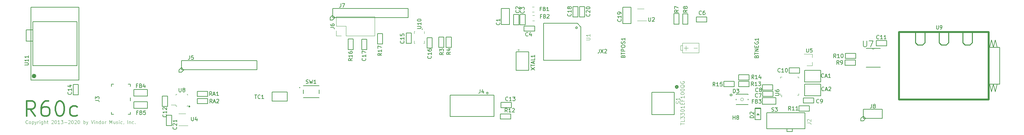
<source format=gbr>
G04 #@! TF.GenerationSoftware,KiCad,Pcbnew,(5.1.4-0-10_14)*
G04 #@! TF.CreationDate,2021-04-14T17:20:28-04:00*
G04 #@! TF.ProjectId,Vindor,56696e64-6f72-42e6-9b69-6361645f7063,rev?*
G04 #@! TF.SameCoordinates,Original*
G04 #@! TF.FileFunction,Legend,Top*
G04 #@! TF.FilePolarity,Positive*
%FSLAX46Y46*%
G04 Gerber Fmt 4.6, Leading zero omitted, Abs format (unit mm)*
G04 Created by KiCad (PCBNEW (5.1.4-0-10_14)) date 2021-04-14 17:20:28*
%MOMM*%
%LPD*%
G04 APERTURE LIST*
%ADD10C,0.120000*%
%ADD11C,0.100000*%
%ADD12C,0.381000*%
%ADD13C,0.300000*%
%ADD14C,0.101600*%
%ADD15C,0.127000*%
%ADD16C,0.150000*%
%ADD17C,0.254000*%
%ADD18C,0.508000*%
%ADD19C,0.600000*%
%ADD20C,0.200000*%
%ADD21C,0.203200*%
%ADD22C,0.152400*%
%ADD23C,0.063500*%
%ADD24C,0.406400*%
%ADD25C,0.050000*%
G04 APERTURE END LIST*
D10*
X181392600Y21793200D02*
X180427400Y21793200D01*
X178954200Y21793200D02*
X177811200Y21793200D01*
X178370000Y21183600D02*
X178370000Y22377400D01*
X176891720Y21201380D02*
X177374320Y21201380D01*
X176891720Y22438360D02*
X176891720Y21201380D01*
X177356540Y22438360D02*
X176899340Y22438360D01*
X181824400Y23088600D02*
X177379400Y23088600D01*
X181824400Y20523200D02*
X181824400Y23088600D01*
X177379400Y20497800D02*
X181824400Y20497800D01*
X177379400Y23088600D02*
X177379400Y20497800D01*
D11*
X1800666Y1460500D02*
X1758333Y1418166D01*
X1631333Y1375833D01*
X1546666Y1375833D01*
X1419666Y1418166D01*
X1335000Y1502833D01*
X1292666Y1587500D01*
X1250333Y1756833D01*
X1250333Y1883833D01*
X1292666Y2053166D01*
X1335000Y2137833D01*
X1419666Y2222500D01*
X1546666Y2264833D01*
X1631333Y2264833D01*
X1758333Y2222500D01*
X1800666Y2180166D01*
X2308666Y1375833D02*
X2224000Y1418166D01*
X2181666Y1460500D01*
X2139333Y1545166D01*
X2139333Y1799166D01*
X2181666Y1883833D01*
X2224000Y1926166D01*
X2308666Y1968500D01*
X2435666Y1968500D01*
X2520333Y1926166D01*
X2562666Y1883833D01*
X2605000Y1799166D01*
X2605000Y1545166D01*
X2562666Y1460500D01*
X2520333Y1418166D01*
X2435666Y1375833D01*
X2308666Y1375833D01*
X2986000Y1968500D02*
X2986000Y1079500D01*
X2986000Y1926166D02*
X3070666Y1968500D01*
X3240000Y1968500D01*
X3324666Y1926166D01*
X3367000Y1883833D01*
X3409333Y1799166D01*
X3409333Y1545166D01*
X3367000Y1460500D01*
X3324666Y1418166D01*
X3240000Y1375833D01*
X3070666Y1375833D01*
X2986000Y1418166D01*
X3705666Y1968500D02*
X3917333Y1375833D01*
X4129000Y1968500D02*
X3917333Y1375833D01*
X3832666Y1164166D01*
X3790333Y1121833D01*
X3705666Y1079500D01*
X4467666Y1375833D02*
X4467666Y1968500D01*
X4467666Y1799166D02*
X4510000Y1883833D01*
X4552333Y1926166D01*
X4637000Y1968500D01*
X4721666Y1968500D01*
X5018000Y1375833D02*
X5018000Y1968500D01*
X5018000Y2264833D02*
X4975666Y2222500D01*
X5018000Y2180166D01*
X5060333Y2222500D01*
X5018000Y2264833D01*
X5018000Y2180166D01*
X5822333Y1968500D02*
X5822333Y1248833D01*
X5780000Y1164166D01*
X5737666Y1121833D01*
X5653000Y1079500D01*
X5526000Y1079500D01*
X5441333Y1121833D01*
X5822333Y1418166D02*
X5737666Y1375833D01*
X5568333Y1375833D01*
X5483666Y1418166D01*
X5441333Y1460500D01*
X5399000Y1545166D01*
X5399000Y1799166D01*
X5441333Y1883833D01*
X5483666Y1926166D01*
X5568333Y1968500D01*
X5737666Y1968500D01*
X5822333Y1926166D01*
X6245666Y1375833D02*
X6245666Y2264833D01*
X6626666Y1375833D02*
X6626666Y1841500D01*
X6584333Y1926166D01*
X6499666Y1968500D01*
X6372666Y1968500D01*
X6288000Y1926166D01*
X6245666Y1883833D01*
X6923000Y1968500D02*
X7261666Y1968500D01*
X7050000Y2264833D02*
X7050000Y1502833D01*
X7092333Y1418166D01*
X7177000Y1375833D01*
X7261666Y1375833D01*
X8192999Y2180166D02*
X8235333Y2222500D01*
X8319999Y2264833D01*
X8531666Y2264833D01*
X8616333Y2222500D01*
X8658666Y2180166D01*
X8701000Y2095500D01*
X8701000Y2010833D01*
X8658666Y1883833D01*
X8150666Y1375833D01*
X8701000Y1375833D01*
X9251333Y2264833D02*
X9336000Y2264833D01*
X9420666Y2222500D01*
X9463000Y2180166D01*
X9505333Y2095500D01*
X9547666Y1926166D01*
X9547666Y1714500D01*
X9505333Y1545166D01*
X9463000Y1460500D01*
X9420666Y1418166D01*
X9336000Y1375833D01*
X9251333Y1375833D01*
X9166666Y1418166D01*
X9124333Y1460500D01*
X9082000Y1545166D01*
X9039666Y1714500D01*
X9039666Y1926166D01*
X9082000Y2095500D01*
X9124333Y2180166D01*
X9166666Y2222500D01*
X9251333Y2264833D01*
X10394333Y1375833D02*
X9886333Y1375833D01*
X10140333Y1375833D02*
X10140333Y2264833D01*
X10055666Y2137833D01*
X9971000Y2053166D01*
X9886333Y2010833D01*
X10690666Y2264833D02*
X11241000Y2264833D01*
X10944666Y1926166D01*
X11071666Y1926166D01*
X11156333Y1883833D01*
X11198666Y1841500D01*
X11241000Y1756833D01*
X11241000Y1545166D01*
X11198666Y1460500D01*
X11156333Y1418166D01*
X11071666Y1375833D01*
X10817666Y1375833D01*
X10733000Y1418166D01*
X10690666Y1460500D01*
X11621999Y1714500D02*
X12299333Y1714500D01*
X12680333Y2180166D02*
X12722666Y2222500D01*
X12807333Y2264833D01*
X13018999Y2264833D01*
X13103666Y2222500D01*
X13145999Y2180166D01*
X13188333Y2095500D01*
X13188333Y2010833D01*
X13145999Y1883833D01*
X12637999Y1375833D01*
X13188333Y1375833D01*
X13738666Y2264833D02*
X13823333Y2264833D01*
X13907999Y2222500D01*
X13950333Y2180166D01*
X13992666Y2095500D01*
X14034999Y1926166D01*
X14034999Y1714500D01*
X13992666Y1545166D01*
X13950333Y1460500D01*
X13907999Y1418166D01*
X13823333Y1375833D01*
X13738666Y1375833D01*
X13653999Y1418166D01*
X13611666Y1460500D01*
X13569333Y1545166D01*
X13526999Y1714500D01*
X13526999Y1926166D01*
X13569333Y2095500D01*
X13611666Y2180166D01*
X13653999Y2222500D01*
X13738666Y2264833D01*
X14373666Y2180166D02*
X14415999Y2222500D01*
X14500666Y2264833D01*
X14712333Y2264833D01*
X14796999Y2222500D01*
X14839333Y2180166D01*
X14881666Y2095500D01*
X14881666Y2010833D01*
X14839333Y1883833D01*
X14331333Y1375833D01*
X14881666Y1375833D01*
X15431999Y2264833D02*
X15516666Y2264833D01*
X15601333Y2222500D01*
X15643666Y2180166D01*
X15685999Y2095500D01*
X15728333Y1926166D01*
X15728333Y1714500D01*
X15685999Y1545166D01*
X15643666Y1460500D01*
X15601333Y1418166D01*
X15516666Y1375833D01*
X15431999Y1375833D01*
X15347333Y1418166D01*
X15304999Y1460500D01*
X15262666Y1545166D01*
X15220333Y1714500D01*
X15220333Y1926166D01*
X15262666Y2095500D01*
X15304999Y2180166D01*
X15347333Y2222500D01*
X15431999Y2264833D01*
X16786666Y1375833D02*
X16786666Y2264833D01*
X16786666Y1926166D02*
X16871333Y1968500D01*
X17040666Y1968500D01*
X17125333Y1926166D01*
X17167666Y1883833D01*
X17209999Y1799166D01*
X17209999Y1545166D01*
X17167666Y1460500D01*
X17125333Y1418166D01*
X17040666Y1375833D01*
X16871333Y1375833D01*
X16786666Y1418166D01*
X17506333Y1968500D02*
X17717999Y1375833D01*
X17929666Y1968500D02*
X17717999Y1375833D01*
X17633333Y1164166D01*
X17590999Y1121833D01*
X17506333Y1079500D01*
X18818666Y2264833D02*
X19114999Y1375833D01*
X19411333Y2264833D01*
X19707666Y1375833D02*
X19707666Y1968500D01*
X19707666Y2264833D02*
X19665333Y2222500D01*
X19707666Y2180166D01*
X19749999Y2222500D01*
X19707666Y2264833D01*
X19707666Y2180166D01*
X20130999Y1968500D02*
X20130999Y1375833D01*
X20130999Y1883833D02*
X20173333Y1926166D01*
X20257999Y1968500D01*
X20384999Y1968500D01*
X20469666Y1926166D01*
X20511999Y1841500D01*
X20511999Y1375833D01*
X21316333Y1375833D02*
X21316333Y2264833D01*
X21316333Y1418166D02*
X21231666Y1375833D01*
X21062333Y1375833D01*
X20977666Y1418166D01*
X20935333Y1460500D01*
X20892999Y1545166D01*
X20892999Y1799166D01*
X20935333Y1883833D01*
X20977666Y1926166D01*
X21062333Y1968500D01*
X21231666Y1968500D01*
X21316333Y1926166D01*
X21866666Y1375833D02*
X21781999Y1418166D01*
X21739666Y1460500D01*
X21697333Y1545166D01*
X21697333Y1799166D01*
X21739666Y1883833D01*
X21781999Y1926166D01*
X21866666Y1968500D01*
X21993666Y1968500D01*
X22078333Y1926166D01*
X22120666Y1883833D01*
X22162999Y1799166D01*
X22162999Y1545166D01*
X22120666Y1460500D01*
X22078333Y1418166D01*
X21993666Y1375833D01*
X21866666Y1375833D01*
X22543999Y1375833D02*
X22543999Y1968500D01*
X22543999Y1799166D02*
X22586333Y1883833D01*
X22628666Y1926166D01*
X22713333Y1968500D01*
X22797999Y1968500D01*
X23771666Y1375833D02*
X23771666Y2264833D01*
X24067999Y1629833D01*
X24364333Y2264833D01*
X24364333Y1375833D01*
X25168666Y1968500D02*
X25168666Y1375833D01*
X24787666Y1968500D02*
X24787666Y1502833D01*
X24829999Y1418166D01*
X24914666Y1375833D01*
X25041666Y1375833D01*
X25126333Y1418166D01*
X25168666Y1460500D01*
X25549666Y1418166D02*
X25634333Y1375833D01*
X25803666Y1375833D01*
X25888333Y1418166D01*
X25930666Y1502833D01*
X25930666Y1545166D01*
X25888333Y1629833D01*
X25803666Y1672166D01*
X25676666Y1672166D01*
X25591999Y1714500D01*
X25549666Y1799166D01*
X25549666Y1841500D01*
X25591999Y1926166D01*
X25676666Y1968500D01*
X25803666Y1968500D01*
X25888333Y1926166D01*
X26311666Y1375833D02*
X26311666Y1968500D01*
X26311666Y2264833D02*
X26269333Y2222500D01*
X26311666Y2180166D01*
X26353999Y2222500D01*
X26311666Y2264833D01*
X26311666Y2180166D01*
X27115999Y1418166D02*
X27031333Y1375833D01*
X26861999Y1375833D01*
X26777333Y1418166D01*
X26734999Y1460500D01*
X26692666Y1545166D01*
X26692666Y1799166D01*
X26734999Y1883833D01*
X26777333Y1926166D01*
X26861999Y1968500D01*
X27031333Y1968500D01*
X27115999Y1926166D01*
X27539333Y1418166D02*
X27539333Y1375833D01*
X27496999Y1291166D01*
X27454666Y1248833D01*
X28597666Y1375833D02*
X28597666Y2264833D01*
X29020999Y1968500D02*
X29020999Y1375833D01*
X29020999Y1883833D02*
X29063333Y1926166D01*
X29147999Y1968500D01*
X29274999Y1968500D01*
X29359666Y1926166D01*
X29401999Y1841500D01*
X29401999Y1375833D01*
X30206333Y1418166D02*
X30121666Y1375833D01*
X29952333Y1375833D01*
X29867666Y1418166D01*
X29825333Y1460500D01*
X29782999Y1545166D01*
X29782999Y1799166D01*
X29825333Y1883833D01*
X29867666Y1926166D01*
X29952333Y1968500D01*
X30121666Y1968500D01*
X30206333Y1926166D01*
X30587333Y1460500D02*
X30629666Y1418166D01*
X30587333Y1375833D01*
X30544999Y1418166D01*
X30587333Y1460500D01*
X30587333Y1375833D01*
D12*
X3791554Y3444723D02*
X2436888Y5379961D01*
X1469269Y3444723D02*
X1469269Y7508723D01*
X3017459Y7508723D01*
X3404507Y7315200D01*
X3598030Y7121676D01*
X3791554Y6734628D01*
X3791554Y6154057D01*
X3598030Y5767009D01*
X3404507Y5573485D01*
X3017459Y5379961D01*
X1469269Y5379961D01*
X7274983Y7508723D02*
X6500888Y7508723D01*
X6113840Y7315200D01*
X5920316Y7121676D01*
X5533269Y6541104D01*
X5339745Y5767009D01*
X5339745Y4218819D01*
X5533269Y3831771D01*
X5726792Y3638247D01*
X6113840Y3444723D01*
X6887935Y3444723D01*
X7274983Y3638247D01*
X7468507Y3831771D01*
X7662030Y4218819D01*
X7662030Y5186438D01*
X7468507Y5573485D01*
X7274983Y5767009D01*
X6887935Y5960533D01*
X6113840Y5960533D01*
X5726792Y5767009D01*
X5533269Y5573485D01*
X5339745Y5186438D01*
X10177840Y7508723D02*
X10564888Y7508723D01*
X10951935Y7315200D01*
X11145459Y7121676D01*
X11338983Y6734628D01*
X11532507Y5960533D01*
X11532507Y4992914D01*
X11338983Y4218819D01*
X11145459Y3831771D01*
X10951935Y3638247D01*
X10564888Y3444723D01*
X10177840Y3444723D01*
X9790792Y3638247D01*
X9597269Y3831771D01*
X9403745Y4218819D01*
X9210221Y4992914D01*
X9210221Y5960533D01*
X9403745Y6734628D01*
X9597269Y7121676D01*
X9790792Y7315200D01*
X10177840Y7508723D01*
X15015935Y3638247D02*
X14628888Y3444723D01*
X13854792Y3444723D01*
X13467745Y3638247D01*
X13274221Y3831771D01*
X13080697Y4218819D01*
X13080697Y5379961D01*
X13274221Y5767009D01*
X13467745Y5960533D01*
X13854792Y6154057D01*
X14628888Y6154057D01*
X15015935Y5960533D01*
D13*
X45231100Y6014140D02*
G75*
G03X45231100Y6014140I-100000J0D01*
G01*
D11*
X44691100Y9324140D02*
X44441100Y9324140D01*
X44691100Y9324140D02*
X44691100Y9074140D01*
X44691100Y6124140D02*
X44441100Y6124140D01*
X44691100Y6124140D02*
X44691100Y6374140D01*
X41491100Y6124140D02*
X41741100Y6124140D01*
X41491100Y6124140D02*
X41491100Y6424140D01*
X41491100Y6424140D02*
X40291100Y6424140D01*
X41491100Y9324140D02*
X41741100Y9324140D01*
X41491100Y9324140D02*
X41491100Y9074140D01*
D14*
X204096400Y9107000D02*
X203696400Y9107000D01*
X203696400Y9107000D02*
X203696400Y9507000D01*
X203696400Y13607000D02*
X203696400Y14007000D01*
X203696400Y14007000D02*
X204096400Y14007000D01*
X208196400Y14007000D02*
X208596400Y14007000D01*
X208596400Y14007000D02*
X208596400Y13607000D01*
X208596400Y9507000D02*
X208596400Y9107000D01*
X208596400Y9107000D02*
X208196400Y9107000D01*
D11*
X204137400Y8686800D02*
G75*
G03X204137400Y8686800I-150000J0D01*
G01*
D15*
X50053240Y10124440D02*
X47254160Y10124440D01*
X50053240Y8727440D02*
X50053240Y10124440D01*
X47254160Y8727440D02*
X50053240Y8727440D01*
X47254160Y10124440D02*
X47254160Y8727440D01*
X210135360Y8892540D02*
X214534640Y8892540D01*
X210135360Y12065000D02*
X210135360Y8892540D01*
X214534640Y12065000D02*
X210135360Y12065000D01*
X214534640Y8892540D02*
X214534640Y12065000D01*
X210135360Y12592540D02*
X214534640Y12592540D01*
X210135360Y15765000D02*
X210135360Y12592540D01*
X214534640Y15765000D02*
X210135360Y15765000D01*
X214534640Y12592540D02*
X214534640Y15765000D01*
X40388540Y873760D02*
X40388540Y3672840D01*
X38991540Y873760D02*
X40388540Y873760D01*
X38991540Y3672840D02*
X38991540Y873760D01*
X40388540Y3672840D02*
X38991540Y3672840D01*
D16*
X132767600Y20737200D02*
X136167600Y20737200D01*
X132767600Y15737200D02*
X132767600Y20737200D01*
X136167600Y15737200D02*
X132767600Y15737200D01*
X136167600Y20737200D02*
X136167600Y15737200D01*
D10*
X133667600Y21217200D02*
G75*
G03X133667600Y21217200I-200000J0D01*
G01*
D16*
X67382800Y7490200D02*
X67382800Y9890200D01*
X71382800Y7490200D02*
X67382800Y7490200D01*
X71382800Y9890200D02*
X71382800Y7490200D01*
X67382800Y9890200D02*
X71382800Y9890200D01*
D10*
X84554000Y25054000D02*
X84554000Y26384000D01*
X85884000Y25054000D02*
X84554000Y25054000D01*
X84554000Y27654000D02*
X84554000Y30254000D01*
X87154000Y27654000D02*
X84554000Y27654000D01*
X87154000Y25054000D02*
X87154000Y27654000D01*
X84554000Y30254000D02*
X94834000Y30254000D01*
X87154000Y25054000D02*
X94834000Y25054000D01*
X94834000Y25054000D02*
X94834000Y30254000D01*
D16*
X259798400Y12025400D02*
X260298400Y10000000D01*
X261298400Y10000000D02*
X261798400Y12025400D01*
X260798400Y12025400D02*
X261298400Y10000000D01*
X260298400Y10000000D02*
X260798400Y12025400D01*
X261301600Y24000000D02*
X260801600Y21974600D01*
X261801600Y21974600D02*
X261301600Y24000000D01*
X260301600Y24000000D02*
X259801600Y21974600D01*
X260801600Y21974600D02*
X260301600Y24000000D01*
X262460600Y21978400D02*
X259514200Y21978400D01*
X262460600Y12021600D02*
X262460600Y21978400D01*
X259488800Y12021600D02*
X262460600Y12021600D01*
D17*
X239880000Y23210300D02*
X239880000Y26100000D01*
X240515000Y22575300D02*
X239880000Y23210300D01*
X241785000Y22575300D02*
X240515000Y22575300D01*
X242420000Y23210300D02*
X241785000Y22575300D01*
X242420000Y26100000D02*
X242420000Y23210300D01*
X246230000Y23210300D02*
X246230000Y26100000D01*
X246865000Y22575300D02*
X246230000Y23210300D01*
X248135000Y22575300D02*
X246865000Y22575300D01*
X248770000Y23210300D02*
X248135000Y22575300D01*
X248770000Y26100000D02*
X248770000Y23210300D01*
X252580000Y23210300D02*
X252580000Y26100000D01*
X253215000Y22575300D02*
X252580000Y23210300D01*
X254485000Y22575300D02*
X253215000Y22575300D01*
X255120000Y23210300D02*
X254485000Y22575300D01*
X255120000Y26100000D02*
X255120000Y23210300D01*
D18*
X235500000Y7900000D02*
X259500000Y7900000D01*
X235500000Y26100000D02*
X235500000Y7900000D01*
X259500000Y26100000D02*
X235500000Y26100000D01*
X259500000Y7900000D02*
X259500000Y26100000D01*
D15*
X42380000Y15880451D02*
X42380000Y15245451D01*
X43015000Y16515451D02*
X42380000Y15880451D01*
X43650000Y15880451D02*
X43015000Y16515451D01*
X43015000Y15245451D02*
X43650000Y15880451D01*
X42380000Y15245451D02*
X43015000Y15245451D01*
X43035320Y15900771D02*
X43035320Y18400131D01*
X63314680Y15900771D02*
X43035320Y15900771D01*
X63314680Y18400131D02*
X63314680Y15900771D01*
X43035320Y18400131D02*
X63314680Y18400131D01*
X91351100Y24157940D02*
X91351100Y21358860D01*
X92748100Y24157940D02*
X91351100Y24157940D01*
X92748100Y21358860D02*
X92748100Y24157940D01*
X91351100Y21358860D02*
X92748100Y21358860D01*
X95592900Y25631140D02*
X95592900Y22832060D01*
X96989900Y25631140D02*
X95592900Y25631140D01*
X96989900Y22832060D02*
X96989900Y25631140D01*
X95592900Y22832060D02*
X96989900Y22832060D01*
X89115900Y21384260D02*
X89115900Y24183340D01*
X87718900Y21384260D02*
X89115900Y21384260D01*
X87718900Y24183340D02*
X87718900Y21384260D01*
X89115900Y24183340D02*
X87718900Y24183340D01*
D16*
X206905600Y9000D02*
X206905600Y-741000D01*
X206905600Y-741000D02*
X205405600Y-741000D01*
X205405600Y-741000D02*
X205405600Y9000D01*
X200055600Y4309000D02*
X200055600Y9000D01*
X200055600Y9000D02*
X210255600Y9000D01*
X210255600Y4309000D02*
X210255600Y9000D01*
X200055600Y4309000D02*
X210255600Y4309000D01*
X15493200Y13161600D02*
X2693200Y13161600D01*
X15493200Y32761600D02*
X15493200Y13161600D01*
X2693200Y32761600D02*
X15493200Y32761600D01*
X2693200Y13161600D02*
X2693200Y32761600D01*
X1422400Y26644600D02*
X3175000Y26644600D01*
X1414600Y23596600D02*
X1414600Y26644600D01*
X3175000Y23596600D02*
X1422400Y23596600D01*
D19*
X3779800Y14224000D02*
G75*
G03X3779800Y14224000I-300000J0D01*
G01*
D16*
X3187700Y17056100D02*
X14998700Y17056100D01*
X14998700Y17056100D02*
X14998700Y28867100D01*
X3187700Y28867100D02*
X14998700Y28867100D01*
X3187700Y17056100D02*
X3187700Y28867100D01*
D20*
X107694400Y26847800D02*
G75*
G03X107694400Y26847800I-100000J0D01*
G01*
D10*
X108141600Y23728800D02*
X108141600Y23078800D01*
X108141600Y23078800D02*
X107991600Y23078800D01*
X105421600Y25648800D02*
X105421600Y26298800D01*
X105421600Y26298800D02*
X105571600Y26298800D01*
X105421600Y23728800D02*
X105421600Y23078800D01*
X105421600Y23078800D02*
X105571600Y23078800D01*
X108141600Y25648800D02*
X108141600Y26298800D01*
D15*
X108877100Y24564340D02*
X108877100Y21765260D01*
X110274100Y24564340D02*
X108877100Y24564340D01*
X110274100Y21765260D02*
X110274100Y24564340D01*
X108877100Y21765260D02*
X110274100Y21765260D01*
X103289100Y25834340D02*
X103289100Y23035260D01*
X104686100Y25834340D02*
X103289100Y25834340D01*
X104686100Y23035260D02*
X104686100Y25834340D01*
X103289100Y23035260D02*
X104686100Y23035260D01*
D16*
X125298696Y9637939D02*
G75*
G03X125298696Y9637939I-234176J0D01*
G01*
X115095720Y9053739D02*
X115095720Y3353739D01*
X115095720Y3353739D02*
X126895720Y3353739D01*
X126895720Y9053739D02*
X126895720Y3353739D01*
X115095720Y9053739D02*
X126895720Y9053739D01*
D15*
X209839560Y6921500D02*
X212638640Y6921500D01*
X209839560Y8318500D02*
X209839560Y6921500D01*
X212638640Y8318500D02*
X209839560Y8318500D01*
X212638640Y6921500D02*
X212638640Y8318500D01*
X37879020Y8836660D02*
X37879020Y6037580D01*
X39276020Y8836660D02*
X37879020Y8836660D01*
X39276020Y6037580D02*
X39276020Y8836660D01*
X37879020Y6037580D02*
X39276020Y6037580D01*
X229359460Y22364700D02*
X232158540Y22364700D01*
X229359460Y23761700D02*
X229359460Y22364700D01*
X232158540Y23761700D02*
X229359460Y23761700D01*
X232158540Y22364700D02*
X232158540Y23761700D01*
X208790540Y16421100D02*
X205991460Y16421100D01*
X208790540Y15024100D02*
X208790540Y16421100D01*
X205991460Y15024100D02*
X208790540Y15024100D01*
X205991460Y16421100D02*
X205991460Y15024100D01*
X198866760Y10452100D02*
X201665840Y10452100D01*
X198866760Y11849100D02*
X198866760Y10452100D01*
X201665840Y11849100D02*
X198866760Y11849100D01*
X201665840Y10452100D02*
X201665840Y11849100D01*
X201691240Y10121900D02*
X198892160Y10121900D01*
X201691240Y8724900D02*
X201691240Y10121900D01*
X198892160Y8724900D02*
X201691240Y8724900D01*
X198892160Y10121900D02*
X198892160Y8724900D01*
X149249000Y27243400D02*
G75*
G03X149249000Y27243400I-254000J0D01*
G01*
D21*
X150177000Y27425400D02*
X149177000Y28425400D01*
X150177000Y18425400D02*
X150177000Y27425400D01*
X140177000Y18425400D02*
X150177000Y18425400D01*
X140177000Y28425400D02*
X140177000Y18425400D01*
X149177000Y28425400D02*
X140177000Y28425400D01*
D15*
X151193500Y30172660D02*
X151193500Y32971740D01*
X149796500Y30172660D02*
X151193500Y30172660D01*
X149796500Y32971740D02*
X149796500Y30172660D01*
X151193500Y32971740D02*
X149796500Y32971740D01*
X163634420Y28356560D02*
X163634420Y32755840D01*
X161434780Y28356560D02*
X163634420Y28356560D01*
X161434780Y32755840D02*
X161434780Y28356560D01*
X163634420Y32755840D02*
X161434780Y32755840D01*
X149415500Y30172660D02*
X149415500Y32971740D01*
X148018500Y30172660D02*
X149415500Y30172660D01*
X148018500Y32971740D02*
X148018500Y30172660D01*
X149415500Y32971740D02*
X148018500Y32971740D01*
D11*
X228879400Y21717000D02*
G75*
G02X228269800Y21717000I-304800J0D01*
G01*
D22*
X228269800Y21717000D02*
X226695000Y21717000D01*
X228879400Y21717000D02*
X228269800Y21717000D01*
X230454200Y21717000D02*
X228879400Y21717000D01*
X226695000Y16637000D02*
X230454200Y16637000D01*
D15*
X50040540Y8143240D02*
X47241460Y8143240D01*
X50040540Y6746240D02*
X50040540Y8143240D01*
X47241460Y6746240D02*
X50040540Y6746240D01*
X47241460Y8143240D02*
X47241460Y6746240D01*
X198861680Y6593840D02*
X202458320Y6593840D01*
X198861680Y8392160D02*
X198861680Y6593840D01*
X202458320Y8392160D02*
X198861680Y8392160D01*
X202458320Y6593840D02*
X202458320Y8392160D01*
X33865820Y10634980D02*
X30269180Y10634980D01*
X33865820Y8836660D02*
X33865820Y10634980D01*
X30269180Y8836660D02*
X33865820Y8836660D01*
X30269180Y10634980D02*
X30269180Y8836660D01*
X33865820Y7332980D02*
X30269180Y7332980D01*
X33865820Y5534660D02*
X33865820Y7332980D01*
X30269180Y5534660D02*
X33865820Y5534660D01*
X30269180Y7332980D02*
X30269180Y5534660D01*
X128795780Y32476440D02*
X128795780Y28077160D01*
X130995420Y32476440D02*
X128795780Y32476440D01*
X130995420Y28077160D02*
X130995420Y32476440D01*
X128795780Y28077160D02*
X130995420Y28077160D01*
X132118100Y30850840D02*
X132118100Y28051760D01*
X133515100Y30850840D02*
X132118100Y30850840D01*
X133515100Y28051760D02*
X133515100Y30850840D01*
X132118100Y28051760D02*
X133515100Y28051760D01*
X133819900Y30838140D02*
X133819900Y28039060D01*
X135216900Y30838140D02*
X133819900Y30838140D01*
X135216900Y28039060D02*
X135216900Y30838140D01*
X133819900Y28039060D02*
X135216900Y28039060D01*
X134947660Y26327100D02*
X137746740Y26327100D01*
X134947660Y27724100D02*
X134947660Y26327100D01*
X137746740Y27724100D02*
X134947660Y27724100D01*
X137746740Y26327100D02*
X137746740Y27724100D01*
X131503420Y7114540D02*
X128704340Y7114540D01*
X131503420Y5717540D02*
X131503420Y7114540D01*
X128704340Y5717540D02*
X131503420Y5717540D01*
X128704340Y7114540D02*
X128704340Y5717540D01*
X197363080Y3774440D02*
X197662800Y4074160D01*
X197962520Y3774440D02*
X197363080Y3774440D01*
X197662800Y4074160D02*
X197962520Y3774440D01*
X196913500Y5422900D02*
X198412100Y5422900D01*
X196913500Y5623560D02*
X196913500Y5422900D01*
X198412100Y5623560D02*
X196913500Y5623560D01*
X198412100Y5422900D02*
X198412100Y5623560D01*
X198412100Y2425700D02*
X198412100Y5422900D01*
X196913500Y2425700D02*
X198412100Y2425700D01*
X196913500Y5422900D02*
X196913500Y2425700D01*
X198412100Y5422900D02*
X196913500Y5422900D01*
D23*
X193795811Y7917180D02*
G75*
G03X193795811Y7917180I-395131J0D01*
G01*
D15*
X190210440Y9177020D02*
X190202820Y9110980D01*
X190235840Y9237980D02*
X190210440Y9177020D01*
X190276480Y9291320D02*
X190235840Y9237980D01*
X190329820Y9331960D02*
X190276480Y9291320D01*
X190390780Y9357360D02*
X190329820Y9331960D01*
X190456820Y9364980D02*
X190390780Y9357360D01*
X190520320Y9357360D02*
X190456820Y9364980D01*
X190578740Y9331960D02*
X190520320Y9357360D01*
X190629540Y9293860D02*
X190578740Y9331960D01*
X190670180Y9243060D02*
X190629540Y9293860D01*
X190693040Y9184640D02*
X190670180Y9243060D01*
X190703200Y9121140D02*
X190693040Y9184640D01*
X190693040Y9055100D02*
X190703200Y9121140D01*
X190667640Y8994140D02*
X190693040Y9055100D01*
X190627000Y8940800D02*
X190667640Y8994140D01*
X190576200Y8900160D02*
X190627000Y8940800D01*
X190512700Y8874760D02*
X190576200Y8900160D01*
X190449200Y8867140D02*
X190512700Y8874760D01*
X190383160Y8874760D02*
X190449200Y8867140D01*
X190324740Y8897620D02*
X190383160Y8874760D01*
X190273940Y8938260D02*
X190324740Y8897620D01*
X190235840Y8989060D02*
X190273940Y8938260D01*
X190210440Y9047480D02*
X190235840Y8989060D01*
X190202820Y9110980D02*
X190210440Y9047480D01*
X191803020Y9316720D02*
X191803020Y9265920D01*
X191803020Y6517640D02*
X191803020Y6568440D01*
X194998340Y9316720D02*
X194998340Y9265920D01*
X194998340Y6517640D02*
X194998340Y6568440D01*
X194998340Y7767320D02*
X194998340Y8067040D01*
X191803020Y7767320D02*
X191803020Y8016240D01*
X194998340Y6517640D02*
X191803020Y6517640D01*
X191803020Y9316720D02*
X194998340Y9316720D01*
D10*
X137647178Y32891800D02*
X137130022Y32891800D01*
X137647178Y31471800D02*
X137130022Y31471800D01*
X137672578Y30580400D02*
X137155422Y30580400D01*
X137672578Y29160400D02*
X137155422Y29160400D01*
D22*
X29361800Y8367980D02*
X29361800Y7567980D01*
X24861800Y3867980D02*
X24261800Y3867980D01*
X24261800Y3867980D02*
X24261800Y4467980D01*
X24861800Y12067980D02*
X24261800Y12067980D01*
X24261800Y12067980D02*
X24261800Y11467980D01*
X28761800Y3867980D02*
X29361800Y3867980D01*
X29361800Y3867980D02*
X29361800Y4467980D01*
X28761800Y12067980D02*
X29361800Y12067980D01*
X29361800Y12067980D02*
X29361800Y11467980D01*
D15*
X112026700Y24729440D02*
X112026700Y21930360D01*
X113423700Y24729440D02*
X112026700Y24729440D01*
X113423700Y21930360D02*
X113423700Y24729440D01*
X112026700Y21930360D02*
X113423700Y21930360D01*
X114007900Y24716740D02*
X114007900Y21917660D01*
X115404900Y24716740D02*
X114007900Y24716740D01*
X115404900Y21917660D02*
X115404900Y24716740D01*
X114007900Y21917660D02*
X115404900Y21917660D01*
X175084300Y31040440D02*
X175084300Y28241360D01*
X176481300Y31040440D02*
X175084300Y31040440D01*
X176481300Y28241360D02*
X176481300Y31040440D01*
X175084300Y28241360D02*
X176481300Y28241360D01*
X178881300Y28239960D02*
X178881300Y31039040D01*
X177484300Y28239960D02*
X178881300Y28239960D01*
X177484300Y31039040D02*
X177484300Y28239960D01*
X178881300Y31039040D02*
X177484300Y31039040D01*
X221033260Y17141700D02*
X223832340Y17141700D01*
X221033260Y18538700D02*
X221033260Y17141700D01*
X223832340Y18538700D02*
X221033260Y18538700D01*
X223832340Y17141700D02*
X223832340Y18538700D01*
X221083260Y18941700D02*
X223882340Y18941700D01*
X221083260Y20338700D02*
X221083260Y18941700D01*
X223882340Y20338700D02*
X221083260Y20338700D01*
X223882340Y18941700D02*
X223882340Y20338700D01*
X211437220Y6159500D02*
X208638140Y6159500D01*
X211437220Y4762500D02*
X211437220Y6159500D01*
X208638140Y4762500D02*
X211437220Y4762500D01*
X208638140Y6159500D02*
X208638140Y4762500D01*
X131351020Y4020820D02*
X128551940Y4020820D01*
X131351020Y2623820D02*
X131351020Y4020820D01*
X128551940Y2623820D02*
X131351020Y2623820D01*
X128551940Y4020820D02*
X128551940Y2623820D01*
X192478660Y11366500D02*
X195277740Y11366500D01*
X192478660Y12763500D02*
X192478660Y11366500D01*
X195277740Y12763500D02*
X192478660Y12763500D01*
X195277740Y11366500D02*
X195277740Y12763500D01*
X192463420Y13154660D02*
X195262500Y13154660D01*
X192463420Y14551660D02*
X192463420Y13154660D01*
X195262500Y14551660D02*
X192463420Y14551660D01*
X195262500Y13154660D02*
X195262500Y14551660D01*
X188516260Y11366500D02*
X191315340Y11366500D01*
X188516260Y12763500D02*
X188516260Y11366500D01*
X191315340Y12763500D02*
X188516260Y12763500D01*
X191315340Y11366500D02*
X191315340Y12763500D01*
D24*
X176182800Y11290200D02*
G75*
G03X176182800Y11290200I-300000J0D01*
G01*
D15*
X169182800Y9790200D02*
X169182800Y3790200D01*
X175182800Y9790200D02*
X175182800Y3790200D01*
X175182800Y3790200D02*
X169182800Y3790200D01*
X175182800Y9790200D02*
X169182800Y9790200D01*
D20*
X74858620Y11115220D02*
G75*
G03X74858620Y11115220I-100000J0D01*
G01*
D15*
X79958620Y9515220D02*
X79958620Y10515220D01*
X75758620Y9515220D02*
X75758620Y10515220D01*
X79958620Y8395220D02*
X75758620Y8395220D01*
X75758620Y11635220D02*
X79958620Y11635220D01*
D10*
X165266800Y29098600D02*
X167716800Y29098600D01*
X167066800Y32318600D02*
X165266800Y32318600D01*
X42318100Y881740D02*
X44768100Y881740D01*
X44118100Y4101740D02*
X42318100Y4101740D01*
X212189600Y17012800D02*
X210729600Y17012800D01*
X212189600Y20172800D02*
X210029600Y20172800D01*
X212189600Y20172800D02*
X212189600Y19242800D01*
X212189600Y17012800D02*
X212189600Y17942800D01*
D15*
X183932340Y30188700D02*
X181133260Y30188700D01*
X183932340Y28791700D02*
X183932340Y30188700D01*
X181133260Y28791700D02*
X183932340Y28791700D01*
X181133260Y30188700D02*
X181133260Y28791700D01*
X13982700Y11940540D02*
X13982700Y9141460D01*
X15379700Y11940540D02*
X13982700Y11940540D01*
X15379700Y9141460D02*
X15379700Y11940540D01*
X13982700Y9141460D02*
X15379700Y9141460D01*
X82905600Y29946600D02*
X82905600Y29311600D01*
X83540600Y30581600D02*
X82905600Y29946600D01*
X84175600Y29946600D02*
X83540600Y30581600D01*
X83540600Y29311600D02*
X84175600Y29946600D01*
X82905600Y29311600D02*
X83540600Y29311600D01*
X83560920Y29966920D02*
X83560920Y32466280D01*
X103840280Y29966920D02*
X83560920Y29966920D01*
X103840280Y32466280D02*
X103840280Y29966920D01*
X83560920Y32466280D02*
X103840280Y32466280D01*
X225943120Y5289880D02*
X230982480Y5289880D01*
X230982480Y5289880D02*
X230982480Y2790520D01*
X230982480Y2790520D02*
X225943120Y2790520D01*
X225943120Y2790520D02*
X225943120Y5289880D01*
X225287800Y2135200D02*
X225922800Y2135200D01*
X225922800Y2135200D02*
X226557800Y2770200D01*
X226557800Y2770200D02*
X225922800Y3405200D01*
X225922800Y3405200D02*
X225287800Y2770200D01*
X225287800Y2770200D02*
X225287800Y2135200D01*
D16*
X42379995Y10938759D02*
X42379995Y10129235D01*
X42427614Y10033997D01*
X42475233Y9986378D01*
X42570471Y9938759D01*
X42760947Y9938759D01*
X42856185Y9986378D01*
X42903804Y10033997D01*
X42951423Y10129235D01*
X42951423Y10938759D01*
X43570471Y10510187D02*
X43475233Y10557806D01*
X43427614Y10605425D01*
X43379995Y10700663D01*
X43379995Y10748282D01*
X43427614Y10843520D01*
X43475233Y10891140D01*
X43570471Y10938759D01*
X43760947Y10938759D01*
X43856185Y10891140D01*
X43903804Y10843520D01*
X43951423Y10748282D01*
X43951423Y10700663D01*
X43903804Y10605425D01*
X43856185Y10557806D01*
X43760947Y10510187D01*
X43570471Y10510187D01*
X43475233Y10462568D01*
X43427614Y10414949D01*
X43379995Y10319711D01*
X43379995Y10129235D01*
X43427614Y10033997D01*
X43475233Y9986378D01*
X43570471Y9938759D01*
X43760947Y9938759D01*
X43856185Y9986378D01*
X43903804Y10033997D01*
X43951423Y10129235D01*
X43951423Y10319711D01*
X43903804Y10414949D01*
X43856185Y10462568D01*
X43760947Y10510187D01*
D22*
X202308506Y8997959D02*
X203119470Y8997959D01*
X203214878Y9045662D01*
X203262582Y9093366D01*
X203310286Y9188774D01*
X203310286Y9379589D01*
X203262582Y9474997D01*
X203214878Y9522700D01*
X203119470Y9570404D01*
X202308506Y9570404D01*
X202308506Y10476777D02*
X202308506Y10285961D01*
X202356210Y10190554D01*
X202403913Y10142850D01*
X202547025Y10047442D01*
X202737840Y9999739D01*
X203119470Y9999739D01*
X203214878Y10047442D01*
X203262582Y10095146D01*
X203310286Y10190554D01*
X203310286Y10381369D01*
X203262582Y10476777D01*
X203214878Y10524480D01*
X203119470Y10572184D01*
X202880951Y10572184D01*
X202785544Y10524480D01*
X202737840Y10476777D01*
X202690136Y10381369D01*
X202690136Y10190554D01*
X202737840Y10095146D01*
X202785544Y10047442D01*
X202880951Y9999739D01*
X51160438Y8966320D02*
X50821771Y9450130D01*
X50579866Y8966320D02*
X50579866Y9982320D01*
X50966914Y9982320D01*
X51063676Y9933940D01*
X51112057Y9885559D01*
X51160438Y9788797D01*
X51160438Y9643654D01*
X51112057Y9546892D01*
X51063676Y9498511D01*
X50966914Y9450130D01*
X50579866Y9450130D01*
X51547485Y9256606D02*
X52031295Y9256606D01*
X51450723Y8966320D02*
X51789390Y9982320D01*
X52128057Y8966320D01*
X52998914Y8966320D02*
X52418342Y8966320D01*
X52708628Y8966320D02*
X52708628Y9982320D01*
X52611866Y9837178D01*
X52515104Y9740416D01*
X52418342Y9692035D01*
X215378038Y10327342D02*
X215329657Y10278961D01*
X215184514Y10230580D01*
X215087752Y10230580D01*
X214942609Y10278961D01*
X214845847Y10375723D01*
X214797466Y10472485D01*
X214749085Y10666009D01*
X214749085Y10811152D01*
X214797466Y11004676D01*
X214845847Y11101438D01*
X214942609Y11198200D01*
X215087752Y11246580D01*
X215184514Y11246580D01*
X215329657Y11198200D01*
X215378038Y11149819D01*
X215765085Y10520866D02*
X216248895Y10520866D01*
X215668323Y10230580D02*
X216006990Y11246580D01*
X216345657Y10230580D01*
X216635942Y11149819D02*
X216684323Y11198200D01*
X216781085Y11246580D01*
X217022990Y11246580D01*
X217119752Y11198200D01*
X217168133Y11149819D01*
X217216514Y11053057D01*
X217216514Y10956295D01*
X217168133Y10811152D01*
X216587561Y10230580D01*
X217216514Y10230580D01*
X215278038Y13927342D02*
X215229657Y13878961D01*
X215084514Y13830580D01*
X214987752Y13830580D01*
X214842609Y13878961D01*
X214745847Y13975723D01*
X214697466Y14072485D01*
X214649085Y14266009D01*
X214649085Y14411152D01*
X214697466Y14604676D01*
X214745847Y14701438D01*
X214842609Y14798200D01*
X214987752Y14846580D01*
X215084514Y14846580D01*
X215229657Y14798200D01*
X215278038Y14749819D01*
X215665085Y14120866D02*
X216148895Y14120866D01*
X215568323Y13830580D02*
X215906990Y14846580D01*
X216245657Y13830580D01*
X217116514Y13830580D02*
X216535942Y13830580D01*
X216826228Y13830580D02*
X216826228Y14846580D01*
X216729466Y14701438D01*
X216632704Y14604676D01*
X216535942Y14556295D01*
X41660717Y482237D02*
X41709098Y433856D01*
X41757479Y288713D01*
X41757479Y191951D01*
X41709098Y46808D01*
X41612336Y-49953D01*
X41515574Y-98334D01*
X41322050Y-146715D01*
X41176907Y-146715D01*
X40983383Y-98334D01*
X40886621Y-49953D01*
X40789860Y46808D01*
X40741479Y191951D01*
X40741479Y288713D01*
X40789860Y433856D01*
X40838240Y482237D01*
X40838240Y869284D02*
X40789860Y917665D01*
X40741479Y1014427D01*
X40741479Y1256332D01*
X40789860Y1353094D01*
X40838240Y1401475D01*
X40935002Y1449856D01*
X41031764Y1449856D01*
X41176907Y1401475D01*
X41757479Y820903D01*
X41757479Y1449856D01*
X41757479Y2417475D02*
X41757479Y1836903D01*
X41757479Y2127189D02*
X40741479Y2127189D01*
X40886621Y2030427D01*
X40983383Y1933665D01*
X41031764Y1836903D01*
D16*
X197305011Y19489475D02*
X197352630Y19632332D01*
X197400249Y19679951D01*
X197495487Y19727570D01*
X197638344Y19727570D01*
X197733582Y19679951D01*
X197781201Y19632332D01*
X197828820Y19537094D01*
X197828820Y19156141D01*
X196828820Y19156141D01*
X196828820Y19489475D01*
X196876440Y19584713D01*
X196924059Y19632332D01*
X197019297Y19679951D01*
X197114535Y19679951D01*
X197209773Y19632332D01*
X197257392Y19584713D01*
X197305011Y19489475D01*
X197305011Y19156141D01*
X196828820Y20013284D02*
X196828820Y20584713D01*
X197828820Y20298999D02*
X196828820Y20298999D01*
X197828820Y20918046D02*
X196828820Y20918046D01*
X197828820Y21489475D01*
X196828820Y21489475D01*
X197305011Y21965665D02*
X197305011Y22298999D01*
X197828820Y22441856D02*
X197828820Y21965665D01*
X196828820Y21965665D01*
X196828820Y22441856D01*
X196876440Y23394237D02*
X196828820Y23298999D01*
X196828820Y23156141D01*
X196876440Y23013284D01*
X196971678Y22918046D01*
X197066916Y22870427D01*
X197257392Y22822808D01*
X197400249Y22822808D01*
X197590725Y22870427D01*
X197685963Y22918046D01*
X197781201Y23013284D01*
X197828820Y23156141D01*
X197828820Y23251380D01*
X197781201Y23394237D01*
X197733582Y23441856D01*
X197400249Y23441856D01*
X197400249Y23251380D01*
X197828820Y24394237D02*
X197828820Y23822808D01*
X197828820Y24108522D02*
X196828820Y24108522D01*
X196971678Y24013284D01*
X197066916Y23918046D01*
X197114535Y23822808D01*
X136790180Y15883190D02*
X137790180Y16549857D01*
X136790180Y16549857D02*
X137790180Y15883190D01*
X136790180Y16787952D02*
X136790180Y17359380D01*
X137790180Y17073666D02*
X136790180Y17073666D01*
X137504466Y17645095D02*
X137504466Y18121285D01*
X137790180Y17549857D02*
X136790180Y17883190D01*
X137790180Y18216523D01*
X137790180Y19026047D02*
X137790180Y18549857D01*
X136790180Y18549857D01*
X137790180Y19883190D02*
X137790180Y19311761D01*
X137790180Y19597476D02*
X136790180Y19597476D01*
X136933038Y19502238D01*
X137028276Y19407000D01*
X137075895Y19311761D01*
X62690895Y9127819D02*
X63262323Y9127819D01*
X62976609Y8127819D02*
X62976609Y9127819D01*
X64167085Y8223057D02*
X64119466Y8175438D01*
X63976609Y8127819D01*
X63881371Y8127819D01*
X63738514Y8175438D01*
X63643276Y8270676D01*
X63595657Y8365914D01*
X63548038Y8556390D01*
X63548038Y8699247D01*
X63595657Y8889723D01*
X63643276Y8984961D01*
X63738514Y9080200D01*
X63881371Y9127819D01*
X63976609Y9127819D01*
X64119466Y9080200D01*
X64167085Y9032580D01*
X65119466Y8127819D02*
X64548038Y8127819D01*
X64833752Y8127819D02*
X64833752Y9127819D01*
X64738514Y8984961D01*
X64643276Y8889723D01*
X64548038Y8842104D01*
X83006380Y27320666D02*
X83720666Y27320666D01*
X83863523Y27273047D01*
X83958761Y27177809D01*
X84006380Y27034952D01*
X84006380Y26939714D01*
X83006380Y28225428D02*
X83006380Y28034952D01*
X83054000Y27939714D01*
X83101619Y27892095D01*
X83244476Y27796857D01*
X83434952Y27749238D01*
X83815904Y27749238D01*
X83911142Y27796857D01*
X83958761Y27844476D01*
X84006380Y27939714D01*
X84006380Y28130190D01*
X83958761Y28225428D01*
X83911142Y28273047D01*
X83815904Y28320666D01*
X83577809Y28320666D01*
X83482571Y28273047D01*
X83434952Y28225428D01*
X83387333Y28130190D01*
X83387333Y27939714D01*
X83434952Y27844476D01*
X83482571Y27796857D01*
X83577809Y27749238D01*
D25*
X210825859Y1583315D02*
X211541516Y1583315D01*
X211684648Y1535605D01*
X211780069Y1440184D01*
X211827779Y1297052D01*
X211827779Y1201631D01*
X210921280Y2012709D02*
X210873570Y2060420D01*
X210825859Y2155841D01*
X210825859Y2394393D01*
X210873570Y2489814D01*
X210921280Y2537525D01*
X211016701Y2585235D01*
X211112122Y2585235D01*
X211255253Y2537525D01*
X211827779Y1964999D01*
X211827779Y2585235D01*
D22*
X245567285Y27852619D02*
X245567285Y27043095D01*
X245610142Y26947857D01*
X245653000Y26900238D01*
X245738714Y26852619D01*
X245910142Y26852619D01*
X245995857Y26900238D01*
X246038714Y26947857D01*
X246081571Y27043095D01*
X246081571Y27852619D01*
X246553000Y26852619D02*
X246724428Y26852619D01*
X246810142Y26900238D01*
X246853000Y26947857D01*
X246938714Y27090714D01*
X246981571Y27281190D01*
X246981571Y27662142D01*
X246938714Y27757380D01*
X246895857Y27805000D01*
X246810142Y27852619D01*
X246638714Y27852619D01*
X246553000Y27805000D01*
X246510142Y27757380D01*
X246467285Y27662142D01*
X246467285Y27424047D01*
X246510142Y27328809D01*
X246553000Y27281190D01*
X246638714Y27233571D01*
X246810142Y27233571D01*
X246895857Y27281190D01*
X246938714Y27328809D01*
X246981571Y27424047D01*
X45236653Y19713431D02*
X45236653Y18987717D01*
X45188272Y18842574D01*
X45091510Y18745812D01*
X44946367Y18697431D01*
X44849605Y18697431D01*
X46204272Y19713431D02*
X45720462Y19713431D01*
X45672081Y19229622D01*
X45720462Y19278003D01*
X45817224Y19326384D01*
X46059129Y19326384D01*
X46155891Y19278003D01*
X46204272Y19229622D01*
X46252653Y19132860D01*
X46252653Y18890955D01*
X46204272Y18794193D01*
X46155891Y18745812D01*
X46059129Y18697431D01*
X45817224Y18697431D01*
X45720462Y18745812D01*
X45672081Y18794193D01*
D16*
X190942055Y2524499D02*
X190942055Y3524499D01*
X190942055Y3048308D02*
X191513483Y3048308D01*
X191513483Y2524499D02*
X191513483Y3524499D01*
X192132531Y3095927D02*
X192037293Y3143546D01*
X191989674Y3191165D01*
X191942055Y3286403D01*
X191942055Y3334022D01*
X191989674Y3429260D01*
X192037293Y3476880D01*
X192132531Y3524499D01*
X192323007Y3524499D01*
X192418245Y3476880D01*
X192465864Y3429260D01*
X192513483Y3334022D01*
X192513483Y3286403D01*
X192465864Y3191165D01*
X192418245Y3143546D01*
X192323007Y3095927D01*
X192132531Y3095927D01*
X192037293Y3048308D01*
X191989674Y3000689D01*
X191942055Y2905451D01*
X191942055Y2714975D01*
X191989674Y2619737D01*
X192037293Y2572118D01*
X192132531Y2524499D01*
X192323007Y2524499D01*
X192418245Y2572118D01*
X192465864Y2619737D01*
X192513483Y2714975D01*
X192513483Y2905451D01*
X192465864Y3000689D01*
X192418245Y3048308D01*
X192323007Y3095927D01*
D22*
X92374357Y19001377D02*
X92422738Y18952996D01*
X92471119Y18807853D01*
X92471119Y18711091D01*
X92422738Y18565948D01*
X92325976Y18469186D01*
X92229214Y18420805D01*
X92035690Y18372424D01*
X91890547Y18372424D01*
X91697023Y18420805D01*
X91600261Y18469186D01*
X91503500Y18565948D01*
X91455119Y18711091D01*
X91455119Y18807853D01*
X91503500Y18952996D01*
X91551880Y19001377D01*
X92471119Y19968996D02*
X92471119Y19388424D01*
X92471119Y19678710D02*
X91455119Y19678710D01*
X91600261Y19581948D01*
X91697023Y19485186D01*
X91745404Y19388424D01*
X91455119Y20307662D02*
X91455119Y20984996D01*
X92471119Y20549567D01*
X96728159Y20360277D02*
X96244349Y20021610D01*
X96728159Y19779705D02*
X95712159Y19779705D01*
X95712159Y20166753D01*
X95760540Y20263515D01*
X95808920Y20311896D01*
X95905682Y20360277D01*
X96050825Y20360277D01*
X96147587Y20311896D01*
X96195968Y20263515D01*
X96244349Y20166753D01*
X96244349Y19779705D01*
X96728159Y21327896D02*
X96728159Y20747324D01*
X96728159Y21037610D02*
X95712159Y21037610D01*
X95857301Y20940848D01*
X95954063Y20844086D01*
X96002444Y20747324D01*
X95712159Y21666562D02*
X95712159Y22343896D01*
X96728159Y21908467D01*
X88846539Y18955657D02*
X88362729Y18616990D01*
X88846539Y18375085D02*
X87830539Y18375085D01*
X87830539Y18762133D01*
X87878920Y18858895D01*
X87927300Y18907276D01*
X88024062Y18955657D01*
X88169205Y18955657D01*
X88265967Y18907276D01*
X88314348Y18858895D01*
X88362729Y18762133D01*
X88362729Y18375085D01*
X88846539Y19923276D02*
X88846539Y19342704D01*
X88846539Y19632990D02*
X87830539Y19632990D01*
X87975681Y19536228D01*
X88072443Y19439466D01*
X88120824Y19342704D01*
X87830539Y20794133D02*
X87830539Y20600609D01*
X87878920Y20503847D01*
X87927300Y20455466D01*
X88072443Y20358704D01*
X88265967Y20310323D01*
X88653015Y20310323D01*
X88749777Y20358704D01*
X88798158Y20407085D01*
X88846539Y20503847D01*
X88846539Y20697371D01*
X88798158Y20794133D01*
X88749777Y20842514D01*
X88653015Y20890895D01*
X88411110Y20890895D01*
X88314348Y20842514D01*
X88265967Y20794133D01*
X88217586Y20697371D01*
X88217586Y20503847D01*
X88265967Y20407085D01*
X88314348Y20358704D01*
X88411110Y20310323D01*
D16*
X201345895Y4731118D02*
X201488752Y4683499D01*
X201726847Y4683499D01*
X201822085Y4731118D01*
X201869704Y4778737D01*
X201917323Y4873975D01*
X201917323Y4969213D01*
X201869704Y5064451D01*
X201822085Y5112070D01*
X201726847Y5159689D01*
X201536371Y5207308D01*
X201441133Y5254927D01*
X201393514Y5302546D01*
X201345895Y5397784D01*
X201345895Y5493022D01*
X201393514Y5588260D01*
X201441133Y5635880D01*
X201536371Y5683499D01*
X201774466Y5683499D01*
X201917323Y5635880D01*
X202250657Y5683499D02*
X202869704Y5683499D01*
X202536371Y5302546D01*
X202679228Y5302546D01*
X202774466Y5254927D01*
X202822085Y5207308D01*
X202869704Y5112070D01*
X202869704Y4873975D01*
X202822085Y4778737D01*
X202774466Y4731118D01*
X202679228Y4683499D01*
X202393514Y4683499D01*
X202298276Y4731118D01*
X202250657Y4778737D01*
X155141396Y21439119D02*
X155141396Y20724833D01*
X155093777Y20581976D01*
X154998539Y20486738D01*
X154855681Y20439119D01*
X154760443Y20439119D01*
X155522348Y21439119D02*
X156189015Y20439119D01*
X156189015Y21439119D02*
X155522348Y20439119D01*
X156522348Y21343880D02*
X156569967Y21391500D01*
X156665205Y21439119D01*
X156903300Y21439119D01*
X156998539Y21391500D01*
X157046158Y21343880D01*
X157093777Y21248642D01*
X157093777Y21153404D01*
X157046158Y21010547D01*
X156474729Y20439119D01*
X157093777Y20439119D01*
X976380Y17176904D02*
X1785904Y17176904D01*
X1881142Y17224523D01*
X1928761Y17272142D01*
X1976380Y17367380D01*
X1976380Y17557857D01*
X1928761Y17653095D01*
X1881142Y17700714D01*
X1785904Y17748333D01*
X976380Y17748333D01*
X1976380Y18748333D02*
X1976380Y18176904D01*
X1976380Y18462619D02*
X976380Y18462619D01*
X1119238Y18367380D01*
X1214476Y18272142D01*
X1262095Y18176904D01*
X1976380Y19700714D02*
X1976380Y19129285D01*
X1976380Y19415000D02*
X976380Y19415000D01*
X1119238Y19319761D01*
X1214476Y19224523D01*
X1262095Y19129285D01*
X106284780Y27057504D02*
X107094304Y27057504D01*
X107189542Y27105123D01*
X107237161Y27152742D01*
X107284780Y27247980D01*
X107284780Y27438457D01*
X107237161Y27533695D01*
X107189542Y27581314D01*
X107094304Y27628933D01*
X106284780Y27628933D01*
X107284780Y28628933D02*
X107284780Y28057504D01*
X107284780Y28343219D02*
X106284780Y28343219D01*
X106427638Y28247980D01*
X106522876Y28152742D01*
X106570495Y28057504D01*
X106284780Y29247980D02*
X106284780Y29343219D01*
X106332400Y29438457D01*
X106380019Y29486076D01*
X106475257Y29533695D01*
X106665733Y29581314D01*
X106903828Y29581314D01*
X107094304Y29533695D01*
X107189542Y29486076D01*
X107237161Y29438457D01*
X107284780Y29343219D01*
X107284780Y29247980D01*
X107237161Y29152742D01*
X107189542Y29105123D01*
X107094304Y29057504D01*
X106903828Y29009885D01*
X106665733Y29009885D01*
X106475257Y29057504D01*
X106380019Y29105123D01*
X106332400Y29152742D01*
X106284780Y29247980D01*
D22*
X109963857Y19590657D02*
X110012238Y19542276D01*
X110060619Y19397133D01*
X110060619Y19300371D01*
X110012238Y19155228D01*
X109915476Y19058466D01*
X109818714Y19010085D01*
X109625190Y18961704D01*
X109480047Y18961704D01*
X109286523Y19010085D01*
X109189761Y19058466D01*
X109093000Y19155228D01*
X109044619Y19300371D01*
X109044619Y19397133D01*
X109093000Y19542276D01*
X109141380Y19590657D01*
X110060619Y20558276D02*
X110060619Y19977704D01*
X110060619Y20267990D02*
X109044619Y20267990D01*
X109189761Y20171228D01*
X109286523Y20074466D01*
X109334904Y19977704D01*
X109044619Y21429133D02*
X109044619Y21235609D01*
X109093000Y21138847D01*
X109141380Y21090466D01*
X109286523Y20993704D01*
X109480047Y20945323D01*
X109867095Y20945323D01*
X109963857Y20993704D01*
X110012238Y21042085D01*
X110060619Y21138847D01*
X110060619Y21332371D01*
X110012238Y21429133D01*
X109963857Y21477514D01*
X109867095Y21525895D01*
X109625190Y21525895D01*
X109528428Y21477514D01*
X109480047Y21429133D01*
X109431666Y21332371D01*
X109431666Y21138847D01*
X109480047Y21042085D01*
X109528428Y20993704D01*
X109625190Y20945323D01*
X102674057Y23680057D02*
X102722438Y23631676D01*
X102770819Y23486533D01*
X102770819Y23389771D01*
X102722438Y23244628D01*
X102625676Y23147866D01*
X102528914Y23099485D01*
X102335390Y23051104D01*
X102190247Y23051104D01*
X101996723Y23099485D01*
X101899961Y23147866D01*
X101803200Y23244628D01*
X101754819Y23389771D01*
X101754819Y23486533D01*
X101803200Y23631676D01*
X101851580Y23680057D01*
X102770819Y24647676D02*
X102770819Y24067104D01*
X102770819Y24357390D02*
X101754819Y24357390D01*
X101899961Y24260628D01*
X101996723Y24163866D01*
X102045104Y24067104D01*
X101754819Y25566914D02*
X101754819Y25083104D01*
X102238628Y25034723D01*
X102190247Y25083104D01*
X102141866Y25179866D01*
X102141866Y25421771D01*
X102190247Y25518533D01*
X102238628Y25566914D01*
X102335390Y25615295D01*
X102577295Y25615295D01*
X102674057Y25566914D01*
X102722438Y25518533D01*
X102770819Y25421771D01*
X102770819Y25179866D01*
X102722438Y25083104D01*
X102674057Y25034723D01*
D16*
X123110666Y10580619D02*
X123110666Y9866333D01*
X123063047Y9723476D01*
X122967809Y9628238D01*
X122824952Y9580619D01*
X122729714Y9580619D01*
X124015428Y10247285D02*
X124015428Y9580619D01*
X123777333Y10628238D02*
X123539238Y9913952D01*
X124158285Y9913952D01*
D22*
X214008546Y7048862D02*
X213960165Y7000481D01*
X213815022Y6952100D01*
X213718260Y6952100D01*
X213573118Y7000481D01*
X213476356Y7097243D01*
X213427975Y7194005D01*
X213379594Y7387529D01*
X213379594Y7532672D01*
X213427975Y7726196D01*
X213476356Y7822958D01*
X213573118Y7919720D01*
X213718260Y7968100D01*
X213815022Y7968100D01*
X213960165Y7919720D01*
X214008546Y7871339D01*
X214492356Y6952100D02*
X214685880Y6952100D01*
X214782641Y7000481D01*
X214831022Y7048862D01*
X214927784Y7194005D01*
X214976165Y7387529D01*
X214976165Y7774577D01*
X214927784Y7871339D01*
X214879403Y7919720D01*
X214782641Y7968100D01*
X214589118Y7968100D01*
X214492356Y7919720D01*
X214443975Y7871339D01*
X214395594Y7774577D01*
X214395594Y7532672D01*
X214443975Y7435910D01*
X214492356Y7387529D01*
X214589118Y7339148D01*
X214782641Y7339148D01*
X214879403Y7387529D01*
X214927784Y7435910D01*
X214976165Y7532672D01*
X38927677Y3817257D02*
X38976058Y3768876D01*
X39024439Y3623733D01*
X39024439Y3526971D01*
X38976058Y3381828D01*
X38879296Y3285066D01*
X38782534Y3236685D01*
X38589010Y3188304D01*
X38443867Y3188304D01*
X38250343Y3236685D01*
X38153581Y3285066D01*
X38056820Y3381828D01*
X38008439Y3526971D01*
X38008439Y3623733D01*
X38056820Y3768876D01*
X38105200Y3817257D01*
X39024439Y4784876D02*
X39024439Y4204304D01*
X39024439Y4494590D02*
X38008439Y4494590D01*
X38153581Y4397828D01*
X38250343Y4301066D01*
X38298724Y4204304D01*
X38105200Y5171923D02*
X38056820Y5220304D01*
X38008439Y5317066D01*
X38008439Y5558971D01*
X38056820Y5655733D01*
X38105200Y5704114D01*
X38201962Y5752495D01*
X38298724Y5752495D01*
X38443867Y5704114D01*
X39024439Y5123542D01*
X39024439Y5752495D01*
X230121097Y24280222D02*
X230072716Y24231841D01*
X229927573Y24183460D01*
X229830811Y24183460D01*
X229685668Y24231841D01*
X229588906Y24328603D01*
X229540525Y24425365D01*
X229492144Y24618889D01*
X229492144Y24764032D01*
X229540525Y24957556D01*
X229588906Y25054318D01*
X229685668Y25151080D01*
X229830811Y25199460D01*
X229927573Y25199460D01*
X230072716Y25151080D01*
X230121097Y25102699D01*
X231088716Y24183460D02*
X230508144Y24183460D01*
X230798430Y24183460D02*
X230798430Y25199460D01*
X230701668Y25054318D01*
X230604906Y24957556D01*
X230508144Y24909175D01*
X232056335Y24183460D02*
X231475763Y24183460D01*
X231766049Y24183460D02*
X231766049Y25199460D01*
X231669287Y25054318D01*
X231572525Y24957556D01*
X231475763Y24909175D01*
X203636517Y15367362D02*
X203588136Y15318981D01*
X203442993Y15270600D01*
X203346231Y15270600D01*
X203201088Y15318981D01*
X203104326Y15415743D01*
X203055945Y15512505D01*
X203007564Y15706029D01*
X203007564Y15851172D01*
X203055945Y16044696D01*
X203104326Y16141458D01*
X203201088Y16238220D01*
X203346231Y16286600D01*
X203442993Y16286600D01*
X203588136Y16238220D01*
X203636517Y16189839D01*
X204604136Y15270600D02*
X204023564Y15270600D01*
X204313850Y15270600D02*
X204313850Y16286600D01*
X204217088Y16141458D01*
X204120326Y16044696D01*
X204023564Y15996315D01*
X205233088Y16286600D02*
X205329850Y16286600D01*
X205426612Y16238220D01*
X205474993Y16189839D01*
X205523374Y16093077D01*
X205571755Y15899553D01*
X205571755Y15657648D01*
X205523374Y15464124D01*
X205474993Y15367362D01*
X205426612Y15318981D01*
X205329850Y15270600D01*
X205233088Y15270600D01*
X205136326Y15318981D01*
X205087945Y15367362D01*
X205039564Y15464124D01*
X204991183Y15657648D01*
X204991183Y15899553D01*
X205039564Y16093077D01*
X205087945Y16189839D01*
X205136326Y16238220D01*
X205233088Y16286600D01*
X197656026Y10063842D02*
X197607645Y10015461D01*
X197462502Y9967080D01*
X197365740Y9967080D01*
X197220598Y10015461D01*
X197123836Y10112223D01*
X197075455Y10208985D01*
X197027074Y10402509D01*
X197027074Y10547652D01*
X197075455Y10741176D01*
X197123836Y10837938D01*
X197220598Y10934700D01*
X197365740Y10983080D01*
X197462502Y10983080D01*
X197607645Y10934700D01*
X197656026Y10886319D01*
X198236598Y10547652D02*
X198139836Y10596033D01*
X198091455Y10644414D01*
X198043074Y10741176D01*
X198043074Y10789557D01*
X198091455Y10886319D01*
X198139836Y10934700D01*
X198236598Y10983080D01*
X198430121Y10983080D01*
X198526883Y10934700D01*
X198575264Y10886319D01*
X198623645Y10789557D01*
X198623645Y10741176D01*
X198575264Y10644414D01*
X198526883Y10596033D01*
X198430121Y10547652D01*
X198236598Y10547652D01*
X198139836Y10499271D01*
X198091455Y10450890D01*
X198043074Y10354128D01*
X198043074Y10160604D01*
X198091455Y10063842D01*
X198139836Y10015461D01*
X198236598Y9967080D01*
X198430121Y9967080D01*
X198526883Y10015461D01*
X198575264Y10063842D01*
X198623645Y10160604D01*
X198623645Y10354128D01*
X198575264Y10450890D01*
X198526883Y10499271D01*
X198430121Y10547652D01*
X197572206Y8605882D02*
X197523825Y8557501D01*
X197378682Y8509120D01*
X197281920Y8509120D01*
X197136778Y8557501D01*
X197040016Y8654263D01*
X196991635Y8751025D01*
X196943254Y8944549D01*
X196943254Y9089692D01*
X196991635Y9283216D01*
X197040016Y9379978D01*
X197136778Y9476740D01*
X197281920Y9525120D01*
X197378682Y9525120D01*
X197523825Y9476740D01*
X197572206Y9428359D01*
X197910873Y9525120D02*
X198588206Y9525120D01*
X198152778Y8509120D01*
D16*
X161476771Y19529165D02*
X161524390Y19672022D01*
X161572009Y19719641D01*
X161667247Y19767260D01*
X161810104Y19767260D01*
X161905342Y19719641D01*
X161952961Y19672022D01*
X162000580Y19576784D01*
X162000580Y19195832D01*
X161000580Y19195832D01*
X161000580Y19529165D01*
X161048200Y19624403D01*
X161095819Y19672022D01*
X161191057Y19719641D01*
X161286295Y19719641D01*
X161381533Y19672022D01*
X161429152Y19624403D01*
X161476771Y19529165D01*
X161476771Y19195832D01*
X161000580Y20052975D02*
X161000580Y20624403D01*
X162000580Y20338689D02*
X161000580Y20338689D01*
X162000580Y20957737D02*
X161000580Y20957737D01*
X161000580Y21338689D01*
X161048200Y21433927D01*
X161095819Y21481546D01*
X161191057Y21529165D01*
X161333914Y21529165D01*
X161429152Y21481546D01*
X161476771Y21433927D01*
X161524390Y21338689D01*
X161524390Y20957737D01*
X161000580Y22148213D02*
X161000580Y22338689D01*
X161048200Y22433927D01*
X161143438Y22529165D01*
X161333914Y22576784D01*
X161667247Y22576784D01*
X161857723Y22529165D01*
X161952961Y22433927D01*
X162000580Y22338689D01*
X162000580Y22148213D01*
X161952961Y22052975D01*
X161857723Y21957737D01*
X161667247Y21910118D01*
X161333914Y21910118D01*
X161143438Y21957737D01*
X161048200Y22052975D01*
X161000580Y22148213D01*
X161952961Y22957737D02*
X162000580Y23100594D01*
X162000580Y23338689D01*
X161952961Y23433927D01*
X161905342Y23481546D01*
X161810104Y23529165D01*
X161714866Y23529165D01*
X161619628Y23481546D01*
X161572009Y23433927D01*
X161524390Y23338689D01*
X161476771Y23148213D01*
X161429152Y23052975D01*
X161381533Y23005356D01*
X161286295Y22957737D01*
X161191057Y22957737D01*
X161095819Y23005356D01*
X161048200Y23052975D01*
X161000580Y23148213D01*
X161000580Y23386308D01*
X161048200Y23529165D01*
X162000580Y24481546D02*
X162000580Y23910118D01*
X162000580Y24195832D02*
X161000580Y24195832D01*
X161143438Y24100594D01*
X161238676Y24005356D01*
X161286295Y23910118D01*
D25*
X151614380Y23933495D02*
X152423904Y23933495D01*
X152519142Y23981114D01*
X152566761Y24028733D01*
X152614380Y24123971D01*
X152614380Y24314447D01*
X152566761Y24409685D01*
X152519142Y24457304D01*
X152423904Y24504923D01*
X151614380Y24504923D01*
X152614380Y25504923D02*
X152614380Y24933495D01*
X152614380Y25219209D02*
X151614380Y25219209D01*
X151757238Y25123971D01*
X151852476Y25028733D01*
X151900095Y24933495D01*
D22*
X152491077Y30957157D02*
X152539458Y30908776D01*
X152587839Y30763633D01*
X152587839Y30666871D01*
X152539458Y30521728D01*
X152442696Y30424966D01*
X152345934Y30376585D01*
X152152410Y30328204D01*
X152007267Y30328204D01*
X151813743Y30376585D01*
X151716981Y30424966D01*
X151620220Y30521728D01*
X151571839Y30666871D01*
X151571839Y30763633D01*
X151620220Y30908776D01*
X151668600Y30957157D01*
X151668600Y31344204D02*
X151620220Y31392585D01*
X151571839Y31489347D01*
X151571839Y31731252D01*
X151620220Y31828014D01*
X151668600Y31876395D01*
X151765362Y31924776D01*
X151862124Y31924776D01*
X152007267Y31876395D01*
X152587839Y31295823D01*
X152587839Y31924776D01*
X151571839Y32553728D02*
X151571839Y32650490D01*
X151620220Y32747252D01*
X151668600Y32795633D01*
X151765362Y32844014D01*
X151958886Y32892395D01*
X152200791Y32892395D01*
X152394315Y32844014D01*
X152491077Y32795633D01*
X152539458Y32747252D01*
X152587839Y32650490D01*
X152587839Y32553728D01*
X152539458Y32456966D01*
X152491077Y32408585D01*
X152394315Y32360204D01*
X152200791Y32311823D01*
X151958886Y32311823D01*
X151765362Y32360204D01*
X151668600Y32408585D01*
X151620220Y32456966D01*
X151571839Y32553728D01*
X160916257Y29547457D02*
X160964638Y29499076D01*
X161013019Y29353933D01*
X161013019Y29257171D01*
X160964638Y29112028D01*
X160867876Y29015266D01*
X160771114Y28966885D01*
X160577590Y28918504D01*
X160432447Y28918504D01*
X160238923Y28966885D01*
X160142161Y29015266D01*
X160045400Y29112028D01*
X159997019Y29257171D01*
X159997019Y29353933D01*
X160045400Y29499076D01*
X160093780Y29547457D01*
X161013019Y30515076D02*
X161013019Y29934504D01*
X161013019Y30224790D02*
X159997019Y30224790D01*
X160142161Y30128028D01*
X160238923Y30031266D01*
X160287304Y29934504D01*
X161013019Y30998885D02*
X161013019Y31192409D01*
X160964638Y31289171D01*
X160916257Y31337552D01*
X160771114Y31434314D01*
X160577590Y31482695D01*
X160190542Y31482695D01*
X160093780Y31434314D01*
X160045400Y31385933D01*
X159997019Y31289171D01*
X159997019Y31095647D01*
X160045400Y30998885D01*
X160093780Y30950504D01*
X160190542Y30902123D01*
X160432447Y30902123D01*
X160529209Y30950504D01*
X160577590Y30998885D01*
X160625971Y31095647D01*
X160625971Y31289171D01*
X160577590Y31385933D01*
X160529209Y31434314D01*
X160432447Y31482695D01*
X147479657Y31000337D02*
X147528038Y30951956D01*
X147576419Y30806813D01*
X147576419Y30710051D01*
X147528038Y30564908D01*
X147431276Y30468146D01*
X147334514Y30419765D01*
X147140990Y30371384D01*
X146995847Y30371384D01*
X146802323Y30419765D01*
X146705561Y30468146D01*
X146608800Y30564908D01*
X146560419Y30710051D01*
X146560419Y30806813D01*
X146608800Y30951956D01*
X146657180Y31000337D01*
X147576419Y31967956D02*
X147576419Y31387384D01*
X147576419Y31677670D02*
X146560419Y31677670D01*
X146705561Y31580908D01*
X146802323Y31484146D01*
X146850704Y31387384D01*
X146995847Y32548527D02*
X146947466Y32451765D01*
X146899085Y32403384D01*
X146802323Y32355003D01*
X146753942Y32355003D01*
X146657180Y32403384D01*
X146608800Y32451765D01*
X146560419Y32548527D01*
X146560419Y32742051D01*
X146608800Y32838813D01*
X146657180Y32887194D01*
X146753942Y32935575D01*
X146802323Y32935575D01*
X146899085Y32887194D01*
X146947466Y32838813D01*
X146995847Y32742051D01*
X146995847Y32548527D01*
X147044228Y32451765D01*
X147092609Y32403384D01*
X147189371Y32355003D01*
X147382895Y32355003D01*
X147479657Y32403384D01*
X147528038Y32451765D01*
X147576419Y32548527D01*
X147576419Y32742051D01*
X147528038Y32838813D01*
X147479657Y32887194D01*
X147382895Y32935575D01*
X147189371Y32935575D01*
X147092609Y32887194D01*
X147044228Y32838813D01*
X146995847Y32742051D01*
X225888978Y23753732D02*
X225888978Y22425053D01*
X225967135Y22268737D01*
X226045293Y22190580D01*
X226201608Y22112422D01*
X226514239Y22112422D01*
X226670554Y22190580D01*
X226748711Y22268737D01*
X226826869Y22425053D01*
X226826869Y23753732D01*
X227452130Y23753732D02*
X228546337Y23753732D01*
X227842918Y22112422D01*
X51223938Y6985120D02*
X50885271Y7468930D01*
X50643366Y6985120D02*
X50643366Y8001120D01*
X51030414Y8001120D01*
X51127176Y7952740D01*
X51175557Y7904359D01*
X51223938Y7807597D01*
X51223938Y7662454D01*
X51175557Y7565692D01*
X51127176Y7517311D01*
X51030414Y7468930D01*
X50643366Y7468930D01*
X51610985Y7275406D02*
X52094795Y7275406D01*
X51514223Y6985120D02*
X51852890Y8001120D01*
X52191557Y6985120D01*
X52481842Y7904359D02*
X52530223Y7952740D01*
X52626985Y8001120D01*
X52868890Y8001120D01*
X52965652Y7952740D01*
X53014033Y7904359D01*
X53062414Y7807597D01*
X53062414Y7710835D01*
X53014033Y7565692D01*
X52433461Y6985120D01*
X53062414Y6985120D01*
X196435133Y7438571D02*
X196096466Y7438571D01*
X196096466Y6906380D02*
X196096466Y7922380D01*
X196580276Y7922380D01*
X197305990Y7438571D02*
X197451133Y7390190D01*
X197499514Y7341809D01*
X197547895Y7245047D01*
X197547895Y7099904D01*
X197499514Y7003142D01*
X197451133Y6954761D01*
X197354371Y6906380D01*
X196967323Y6906380D01*
X196967323Y7922380D01*
X197305990Y7922380D01*
X197402752Y7874000D01*
X197451133Y7825619D01*
X197499514Y7728857D01*
X197499514Y7632095D01*
X197451133Y7535333D01*
X197402752Y7486952D01*
X197305990Y7438571D01*
X196967323Y7438571D01*
X197886561Y7922380D02*
X198515514Y7922380D01*
X198176847Y7535333D01*
X198321990Y7535333D01*
X198418752Y7486952D01*
X198467133Y7438571D01*
X198515514Y7341809D01*
X198515514Y7099904D01*
X198467133Y7003142D01*
X198418752Y6954761D01*
X198321990Y6906380D01*
X198031704Y6906380D01*
X197934942Y6954761D01*
X197886561Y7003142D01*
X31236073Y11619411D02*
X30897406Y11619411D01*
X30897406Y11087220D02*
X30897406Y12103220D01*
X31381216Y12103220D01*
X32106930Y11619411D02*
X32252073Y11571030D01*
X32300454Y11522649D01*
X32348835Y11425887D01*
X32348835Y11280744D01*
X32300454Y11183982D01*
X32252073Y11135601D01*
X32155311Y11087220D01*
X31768263Y11087220D01*
X31768263Y12103220D01*
X32106930Y12103220D01*
X32203692Y12054840D01*
X32252073Y12006459D01*
X32300454Y11909697D01*
X32300454Y11812935D01*
X32252073Y11716173D01*
X32203692Y11667792D01*
X32106930Y11619411D01*
X31768263Y11619411D01*
X33219692Y11764554D02*
X33219692Y11087220D01*
X32977787Y12151601D02*
X32735882Y11425887D01*
X33364835Y11425887D01*
X31322433Y4380411D02*
X30983766Y4380411D01*
X30983766Y3848220D02*
X30983766Y4864220D01*
X31467576Y4864220D01*
X32193290Y4380411D02*
X32338433Y4332030D01*
X32386814Y4283649D01*
X32435195Y4186887D01*
X32435195Y4041744D01*
X32386814Y3944982D01*
X32338433Y3896601D01*
X32241671Y3848220D01*
X31854623Y3848220D01*
X31854623Y4864220D01*
X32193290Y4864220D01*
X32290052Y4815840D01*
X32338433Y4767459D01*
X32386814Y4670697D01*
X32386814Y4573935D01*
X32338433Y4477173D01*
X32290052Y4428792D01*
X32193290Y4380411D01*
X31854623Y4380411D01*
X33354433Y4864220D02*
X32870623Y4864220D01*
X32822242Y4380411D01*
X32870623Y4428792D01*
X32967385Y4477173D01*
X33209290Y4477173D01*
X33306052Y4428792D01*
X33354433Y4380411D01*
X33402814Y4283649D01*
X33402814Y4041744D01*
X33354433Y3944982D01*
X33306052Y3896601D01*
X33209290Y3848220D01*
X32967385Y3848220D01*
X32870623Y3896601D01*
X32822242Y3944982D01*
X128378857Y28659666D02*
X128427238Y28611285D01*
X128475619Y28466142D01*
X128475619Y28369380D01*
X128427238Y28224238D01*
X128330476Y28127476D01*
X128233714Y28079095D01*
X128040190Y28030714D01*
X127895047Y28030714D01*
X127701523Y28079095D01*
X127604761Y28127476D01*
X127508000Y28224238D01*
X127459619Y28369380D01*
X127459619Y28466142D01*
X127508000Y28611285D01*
X127556380Y28659666D01*
X128475619Y29627285D02*
X128475619Y29046714D01*
X128475619Y29337000D02*
X127459619Y29337000D01*
X127604761Y29240238D01*
X127701523Y29143476D01*
X127749904Y29046714D01*
X133585857Y31948966D02*
X133634238Y31900585D01*
X133682619Y31755442D01*
X133682619Y31658680D01*
X133634238Y31513538D01*
X133537476Y31416776D01*
X133440714Y31368395D01*
X133247190Y31320014D01*
X133102047Y31320014D01*
X132908523Y31368395D01*
X132811761Y31416776D01*
X132715000Y31513538D01*
X132666619Y31658680D01*
X132666619Y31755442D01*
X132715000Y31900585D01*
X132763380Y31948966D01*
X132763380Y32336014D02*
X132715000Y32384395D01*
X132666619Y32481157D01*
X132666619Y32723061D01*
X132715000Y32819823D01*
X132763380Y32868204D01*
X132860142Y32916585D01*
X132956904Y32916585D01*
X133102047Y32868204D01*
X133682619Y32287633D01*
X133682619Y32916585D01*
X134881257Y31809266D02*
X134929638Y31760885D01*
X134978019Y31615742D01*
X134978019Y31518980D01*
X134929638Y31373838D01*
X134832876Y31277076D01*
X134736114Y31228695D01*
X134542590Y31180314D01*
X134397447Y31180314D01*
X134203923Y31228695D01*
X134107161Y31277076D01*
X134010400Y31373838D01*
X133962019Y31518980D01*
X133962019Y31615742D01*
X134010400Y31760885D01*
X134058780Y31809266D01*
X133962019Y32147933D02*
X133962019Y32776885D01*
X134349066Y32438219D01*
X134349066Y32583361D01*
X134397447Y32680123D01*
X134445828Y32728504D01*
X134542590Y32776885D01*
X134784495Y32776885D01*
X134881257Y32728504D01*
X134929638Y32680123D01*
X134978019Y32583361D01*
X134978019Y32293076D01*
X134929638Y32196314D01*
X134881257Y32147933D01*
X135974666Y25087942D02*
X135926285Y25039561D01*
X135781142Y24991180D01*
X135684380Y24991180D01*
X135539238Y25039561D01*
X135442476Y25136323D01*
X135394095Y25233085D01*
X135345714Y25426609D01*
X135345714Y25571752D01*
X135394095Y25765276D01*
X135442476Y25862038D01*
X135539238Y25958800D01*
X135684380Y26007180D01*
X135781142Y26007180D01*
X135926285Y25958800D01*
X135974666Y25910419D01*
X136845523Y25668514D02*
X136845523Y24991180D01*
X136603619Y26055561D02*
X136361714Y25329847D01*
X136990666Y25329847D01*
X130588657Y7661002D02*
X130540276Y7612621D01*
X130395133Y7564240D01*
X130298371Y7564240D01*
X130153228Y7612621D01*
X130056466Y7709383D01*
X130008085Y7806145D01*
X129959704Y7999669D01*
X129959704Y8144812D01*
X130008085Y8338336D01*
X130056466Y8435098D01*
X130153228Y8531860D01*
X130298371Y8580240D01*
X130395133Y8580240D01*
X130540276Y8531860D01*
X130588657Y8483479D01*
X131556276Y7564240D02*
X130975704Y7564240D01*
X131265990Y7564240D02*
X131265990Y8580240D01*
X131169228Y8435098D01*
X131072466Y8338336D01*
X130975704Y8289955D01*
X131894942Y8580240D02*
X132523895Y8580240D01*
X132185228Y8193193D01*
X132330371Y8193193D01*
X132427133Y8144812D01*
X132475514Y8096431D01*
X132523895Y7999669D01*
X132523895Y7757764D01*
X132475514Y7661002D01*
X132427133Y7612621D01*
X132330371Y7564240D01*
X132040085Y7564240D01*
X131943323Y7612621D01*
X131894942Y7661002D01*
X196527299Y2958495D02*
X195511299Y2958495D01*
X195511299Y3200400D01*
X195559680Y3345542D01*
X195656441Y3442304D01*
X195753203Y3490685D01*
X195946727Y3539066D01*
X196091870Y3539066D01*
X196285394Y3490685D01*
X196382156Y3442304D01*
X196478918Y3345542D01*
X196527299Y3200400D01*
X196527299Y2958495D01*
X195608060Y3926114D02*
X195559680Y3974495D01*
X195511299Y4071257D01*
X195511299Y4313161D01*
X195559680Y4409923D01*
X195608060Y4458304D01*
X195704822Y4506685D01*
X195801584Y4506685D01*
X195946727Y4458304D01*
X196527299Y3877733D01*
X196527299Y4506685D01*
X191020095Y9700380D02*
X191020095Y10716380D01*
X191262000Y10716380D01*
X191407142Y10668000D01*
X191503904Y10571238D01*
X191552285Y10474476D01*
X191600666Y10280952D01*
X191600666Y10135809D01*
X191552285Y9942285D01*
X191503904Y9845523D01*
X191407142Y9748761D01*
X191262000Y9700380D01*
X191020095Y9700380D01*
X191939333Y10716380D02*
X192568285Y10716380D01*
X192229619Y10329333D01*
X192374761Y10329333D01*
X192471523Y10280952D01*
X192519904Y10232571D01*
X192568285Y10135809D01*
X192568285Y9893904D01*
X192519904Y9797142D01*
X192471523Y9748761D01*
X192374761Y9700380D01*
X192084476Y9700380D01*
X191987714Y9748761D01*
X191939333Y9797142D01*
D16*
X139527066Y32329428D02*
X139193733Y32329428D01*
X139193733Y31805619D02*
X139193733Y32805619D01*
X139669923Y32805619D01*
X140384209Y32329428D02*
X140527066Y32281809D01*
X140574685Y32234190D01*
X140622304Y32138952D01*
X140622304Y31996095D01*
X140574685Y31900857D01*
X140527066Y31853238D01*
X140431828Y31805619D01*
X140050876Y31805619D01*
X140050876Y32805619D01*
X140384209Y32805619D01*
X140479447Y32758000D01*
X140527066Y32710380D01*
X140574685Y32615142D01*
X140574685Y32519904D01*
X140527066Y32424666D01*
X140479447Y32377047D01*
X140384209Y32329428D01*
X140050876Y32329428D01*
X141574685Y31805619D02*
X141003257Y31805619D01*
X141288971Y31805619D02*
X141288971Y32805619D01*
X141193733Y32662761D01*
X141098495Y32567523D01*
X141003257Y32519904D01*
X139605566Y30348228D02*
X139272233Y30348228D01*
X139272233Y29824419D02*
X139272233Y30824419D01*
X139748423Y30824419D01*
X140462709Y30348228D02*
X140605566Y30300609D01*
X140653185Y30252990D01*
X140700804Y30157752D01*
X140700804Y30014895D01*
X140653185Y29919657D01*
X140605566Y29872038D01*
X140510328Y29824419D01*
X140129376Y29824419D01*
X140129376Y30824419D01*
X140462709Y30824419D01*
X140557947Y30776800D01*
X140605566Y30729180D01*
X140653185Y30633942D01*
X140653185Y30538704D01*
X140605566Y30443466D01*
X140557947Y30395847D01*
X140462709Y30348228D01*
X140129376Y30348228D01*
X141081757Y30729180D02*
X141129376Y30776800D01*
X141224614Y30824419D01*
X141462709Y30824419D01*
X141557947Y30776800D01*
X141605566Y30729180D01*
X141653185Y30633942D01*
X141653185Y30538704D01*
X141605566Y30395847D01*
X141034138Y29824419D01*
X141653185Y29824419D01*
X19950180Y7662586D02*
X20664466Y7662586D01*
X20807323Y7614967D01*
X20902561Y7519729D01*
X20950180Y7376872D01*
X20950180Y7281634D01*
X19950180Y8043539D02*
X19950180Y8662586D01*
X20331133Y8329253D01*
X20331133Y8472110D01*
X20378752Y8567348D01*
X20426371Y8614967D01*
X20521609Y8662586D01*
X20759704Y8662586D01*
X20854942Y8614967D01*
X20902561Y8567348D01*
X20950180Y8472110D01*
X20950180Y8186396D01*
X20902561Y8091158D01*
X20854942Y8043539D01*
D22*
X113311819Y20582466D02*
X112828009Y20243800D01*
X113311819Y20001895D02*
X112295819Y20001895D01*
X112295819Y20388942D01*
X112344200Y20485704D01*
X112392580Y20534085D01*
X112489342Y20582466D01*
X112634485Y20582466D01*
X112731247Y20534085D01*
X112779628Y20485704D01*
X112828009Y20388942D01*
X112828009Y20001895D01*
X112295819Y20921133D02*
X112295819Y21550085D01*
X112682866Y21211419D01*
X112682866Y21356561D01*
X112731247Y21453323D01*
X112779628Y21501704D01*
X112876390Y21550085D01*
X113118295Y21550085D01*
X113215057Y21501704D01*
X113263438Y21453323D01*
X113311819Y21356561D01*
X113311819Y21066276D01*
X113263438Y20969514D01*
X113215057Y20921133D01*
X115191419Y20633266D02*
X114707609Y20294600D01*
X115191419Y20052695D02*
X114175419Y20052695D01*
X114175419Y20439742D01*
X114223800Y20536504D01*
X114272180Y20584885D01*
X114368942Y20633266D01*
X114514085Y20633266D01*
X114610847Y20584885D01*
X114659228Y20536504D01*
X114707609Y20439742D01*
X114707609Y20052695D01*
X114514085Y21504123D02*
X115191419Y21504123D01*
X114127038Y21262219D02*
X114852752Y21020314D01*
X114852752Y21649266D01*
X176293219Y32036966D02*
X175809409Y31698300D01*
X176293219Y31456395D02*
X175277219Y31456395D01*
X175277219Y31843442D01*
X175325600Y31940204D01*
X175373980Y31988585D01*
X175470742Y32036966D01*
X175615885Y32036966D01*
X175712647Y31988585D01*
X175761028Y31940204D01*
X175809409Y31843442D01*
X175809409Y31456395D01*
X175277219Y32375633D02*
X175277219Y33052966D01*
X176293219Y32617538D01*
X178693219Y32035566D02*
X178209409Y31696900D01*
X178693219Y31454995D02*
X177677219Y31454995D01*
X177677219Y31842042D01*
X177725600Y31938804D01*
X177773980Y31987185D01*
X177870742Y32035566D01*
X178015885Y32035566D01*
X178112647Y31987185D01*
X178161028Y31938804D01*
X178209409Y31842042D01*
X178209409Y31454995D01*
X178112647Y32616138D02*
X178064266Y32519376D01*
X178015885Y32470995D01*
X177919123Y32422614D01*
X177870742Y32422614D01*
X177773980Y32470995D01*
X177725600Y32519376D01*
X177677219Y32616138D01*
X177677219Y32809661D01*
X177725600Y32906423D01*
X177773980Y32954804D01*
X177870742Y33003185D01*
X177919123Y33003185D01*
X178015885Y32954804D01*
X178064266Y32906423D01*
X178112647Y32809661D01*
X178112647Y32616138D01*
X178161028Y32519376D01*
X178209409Y32470995D01*
X178306171Y32422614D01*
X178499695Y32422614D01*
X178596457Y32470995D01*
X178644838Y32519376D01*
X178693219Y32616138D01*
X178693219Y32809661D01*
X178644838Y32906423D01*
X178596457Y32954804D01*
X178499695Y33003185D01*
X178306171Y33003185D01*
X178209409Y32954804D01*
X178161028Y32906423D01*
X178112647Y32809661D01*
X219393266Y17405980D02*
X219054600Y17889790D01*
X218812695Y17405980D02*
X218812695Y18421980D01*
X219199742Y18421980D01*
X219296504Y18373600D01*
X219344885Y18325219D01*
X219393266Y18228457D01*
X219393266Y18083314D01*
X219344885Y17986552D01*
X219296504Y17938171D01*
X219199742Y17889790D01*
X218812695Y17889790D01*
X219877076Y17405980D02*
X220070600Y17405980D01*
X220167361Y17454361D01*
X220215742Y17502742D01*
X220312504Y17647885D01*
X220360885Y17841409D01*
X220360885Y18228457D01*
X220312504Y18325219D01*
X220264123Y18373600D01*
X220167361Y18421980D01*
X219973838Y18421980D01*
X219877076Y18373600D01*
X219828695Y18325219D01*
X219780314Y18228457D01*
X219780314Y17986552D01*
X219828695Y17889790D01*
X219877076Y17841409D01*
X219973838Y17793028D01*
X220167361Y17793028D01*
X220264123Y17841409D01*
X220312504Y17889790D01*
X220360885Y17986552D01*
X218578457Y19180580D02*
X218239790Y19664390D01*
X217997885Y19180580D02*
X217997885Y20196580D01*
X218384933Y20196580D01*
X218481695Y20148200D01*
X218530076Y20099819D01*
X218578457Y20003057D01*
X218578457Y19857914D01*
X218530076Y19761152D01*
X218481695Y19712771D01*
X218384933Y19664390D01*
X217997885Y19664390D01*
X219546076Y19180580D02*
X218965504Y19180580D01*
X219255790Y19180580D02*
X219255790Y20196580D01*
X219159028Y20051438D01*
X219062266Y19954676D01*
X218965504Y19906295D01*
X220175028Y20196580D02*
X220271790Y20196580D01*
X220368552Y20148200D01*
X220416933Y20099819D01*
X220465314Y20003057D01*
X220513695Y19809533D01*
X220513695Y19567628D01*
X220465314Y19374104D01*
X220416933Y19277342D01*
X220368552Y19228961D01*
X220271790Y19180580D01*
X220175028Y19180580D01*
X220078266Y19228961D01*
X220029885Y19277342D01*
X219981504Y19374104D01*
X219933123Y19567628D01*
X219933123Y19809533D01*
X219981504Y20003057D01*
X220029885Y20099819D01*
X220078266Y20148200D01*
X220175028Y20196580D01*
X206458457Y5026780D02*
X206119790Y5510590D01*
X205877885Y5026780D02*
X205877885Y6042780D01*
X206264933Y6042780D01*
X206361695Y5994400D01*
X206410076Y5946019D01*
X206458457Y5849257D01*
X206458457Y5704114D01*
X206410076Y5607352D01*
X206361695Y5558971D01*
X206264933Y5510590D01*
X205877885Y5510590D01*
X207426076Y5026780D02*
X206845504Y5026780D01*
X207135790Y5026780D02*
X207135790Y6042780D01*
X207039028Y5897638D01*
X206942266Y5800876D01*
X206845504Y5752495D01*
X208393695Y5026780D02*
X207813123Y5026780D01*
X208103409Y5026780D02*
X208103409Y6042780D01*
X208006647Y5897638D01*
X207909885Y5800876D01*
X207813123Y5752495D01*
X130436257Y4470520D02*
X130097590Y4954330D01*
X129855685Y4470520D02*
X129855685Y5486520D01*
X130242733Y5486520D01*
X130339495Y5438140D01*
X130387876Y5389759D01*
X130436257Y5292997D01*
X130436257Y5147854D01*
X130387876Y5051092D01*
X130339495Y5002711D01*
X130242733Y4954330D01*
X129855685Y4954330D01*
X131403876Y4470520D02*
X130823304Y4470520D01*
X131113590Y4470520D02*
X131113590Y5486520D01*
X131016828Y5341378D01*
X130920066Y5244616D01*
X130823304Y5196235D01*
X131790923Y5389759D02*
X131839304Y5438140D01*
X131936066Y5486520D01*
X132177971Y5486520D01*
X132274733Y5438140D01*
X132323114Y5389759D01*
X132371495Y5292997D01*
X132371495Y5196235D01*
X132323114Y5051092D01*
X131742542Y4470520D01*
X132371495Y4470520D01*
X196466097Y11610460D02*
X196127430Y12094270D01*
X195885525Y11610460D02*
X195885525Y12626460D01*
X196272573Y12626460D01*
X196369335Y12578080D01*
X196417716Y12529699D01*
X196466097Y12432937D01*
X196466097Y12287794D01*
X196417716Y12191032D01*
X196369335Y12142651D01*
X196272573Y12094270D01*
X195885525Y12094270D01*
X197433716Y11610460D02*
X196853144Y11610460D01*
X197143430Y11610460D02*
X197143430Y12626460D01*
X197046668Y12481318D01*
X196949906Y12384556D01*
X196853144Y12336175D01*
X197772382Y12626460D02*
X198401335Y12626460D01*
X198062668Y12239413D01*
X198207811Y12239413D01*
X198304573Y12191032D01*
X198352954Y12142651D01*
X198401335Y12045889D01*
X198401335Y11803984D01*
X198352954Y11707222D01*
X198304573Y11658841D01*
X198207811Y11610460D01*
X197917525Y11610460D01*
X197820763Y11658841D01*
X197772382Y11707222D01*
X196577857Y13510380D02*
X196239190Y13994190D01*
X195997285Y13510380D02*
X195997285Y14526380D01*
X196384333Y14526380D01*
X196481095Y14478000D01*
X196529476Y14429619D01*
X196577857Y14332857D01*
X196577857Y14187714D01*
X196529476Y14090952D01*
X196481095Y14042571D01*
X196384333Y13994190D01*
X195997285Y13994190D01*
X197545476Y13510380D02*
X196964904Y13510380D01*
X197255190Y13510380D02*
X197255190Y14526380D01*
X197158428Y14381238D01*
X197061666Y14284476D01*
X196964904Y14236095D01*
X198416333Y14187714D02*
X198416333Y13510380D01*
X198174428Y14574761D02*
X197932523Y13849047D01*
X198561476Y13849047D01*
X186163857Y11508860D02*
X185825190Y11992670D01*
X185583285Y11508860D02*
X185583285Y12524860D01*
X185970333Y12524860D01*
X186067095Y12476480D01*
X186115476Y12428099D01*
X186163857Y12331337D01*
X186163857Y12186194D01*
X186115476Y12089432D01*
X186067095Y12041051D01*
X185970333Y11992670D01*
X185583285Y11992670D01*
X187131476Y11508860D02*
X186550904Y11508860D01*
X186841190Y11508860D02*
X186841190Y12524860D01*
X186744428Y12379718D01*
X186647666Y12282956D01*
X186550904Y12234575D01*
X188050714Y12524860D02*
X187566904Y12524860D01*
X187518523Y12041051D01*
X187566904Y12089432D01*
X187663666Y12137813D01*
X187905571Y12137813D01*
X188002333Y12089432D01*
X188050714Y12041051D01*
X188099095Y11944289D01*
X188099095Y11702384D01*
X188050714Y11605622D01*
X188002333Y11557241D01*
X187905571Y11508860D01*
X187663666Y11508860D01*
X187566904Y11557241D01*
X187518523Y11605622D01*
D25*
X176626311Y6788305D02*
X176673970Y6931282D01*
X176673970Y7169577D01*
X176626311Y7264895D01*
X176578652Y7312554D01*
X176483334Y7360213D01*
X176388016Y7360213D01*
X176292698Y7312554D01*
X176245039Y7264895D01*
X176197380Y7169577D01*
X176149721Y6978941D01*
X176102062Y6883623D01*
X176054403Y6835964D01*
X175959085Y6788305D01*
X175863767Y6788305D01*
X175768449Y6835964D01*
X175720790Y6883623D01*
X175673130Y6978941D01*
X175673130Y7217236D01*
X175720790Y7360213D01*
X176673970Y8313394D02*
X176673970Y7741486D01*
X176673970Y8027440D02*
X175673130Y8027440D01*
X175816108Y7932122D01*
X175911426Y7836804D01*
X175959085Y7741486D01*
X176881736Y1048010D02*
X176881736Y1620570D01*
X177883716Y1334290D02*
X176881736Y1334290D01*
X177883716Y2431696D02*
X177883716Y1954563D01*
X176881736Y1954563D01*
X176881736Y2670263D02*
X176881736Y3290536D01*
X177263443Y2956543D01*
X177263443Y3099683D01*
X177311156Y3195110D01*
X177358870Y3242823D01*
X177454296Y3290536D01*
X177692863Y3290536D01*
X177788290Y3242823D01*
X177836003Y3195110D01*
X177883716Y3099683D01*
X177883716Y2813403D01*
X177836003Y2717976D01*
X177788290Y2670263D01*
X176881736Y3624530D02*
X176881736Y4244803D01*
X177263443Y3910810D01*
X177263443Y4053950D01*
X177311156Y4149376D01*
X177358870Y4197090D01*
X177454296Y4244803D01*
X177692863Y4244803D01*
X177788290Y4197090D01*
X177836003Y4149376D01*
X177883716Y4053950D01*
X177883716Y3767670D01*
X177836003Y3672243D01*
X177788290Y3624530D01*
X176881736Y4865076D02*
X176881736Y4960503D01*
X176929450Y5055930D01*
X176977163Y5103643D01*
X177072590Y5151356D01*
X177263443Y5199070D01*
X177502010Y5199070D01*
X177692863Y5151356D01*
X177788290Y5103643D01*
X177836003Y5055930D01*
X177883716Y4960503D01*
X177883716Y4865076D01*
X177836003Y4769650D01*
X177788290Y4721936D01*
X177692863Y4674223D01*
X177502010Y4626510D01*
X177263443Y4626510D01*
X177072590Y4674223D01*
X176977163Y4721936D01*
X176929450Y4769650D01*
X176881736Y4865076D01*
X177883716Y6153336D02*
X177883716Y5580776D01*
X177883716Y5867056D02*
X176881736Y5867056D01*
X177024876Y5771630D01*
X177120303Y5676203D01*
X177168016Y5580776D01*
X177358870Y6582756D02*
X177358870Y6916750D01*
X177883716Y7059890D02*
X177883716Y6582756D01*
X176881736Y6582756D01*
X176881736Y7059890D01*
X177358870Y7823303D02*
X177358870Y7489310D01*
X177883716Y7489310D02*
X176881736Y7489310D01*
X176881736Y7966443D01*
X177883716Y8872996D02*
X177883716Y8300436D01*
X177883716Y8586716D02*
X176881736Y8586716D01*
X177024876Y8491290D01*
X177120303Y8395863D01*
X177168016Y8300436D01*
X176881736Y9493270D02*
X176881736Y9588696D01*
X176929450Y9684123D01*
X176977163Y9731836D01*
X177072590Y9779550D01*
X177263443Y9827263D01*
X177502010Y9827263D01*
X177692863Y9779550D01*
X177788290Y9731836D01*
X177836003Y9684123D01*
X177883716Y9588696D01*
X177883716Y9493270D01*
X177836003Y9397843D01*
X177788290Y9350130D01*
X177692863Y9302416D01*
X177502010Y9254703D01*
X177263443Y9254703D01*
X177072590Y9302416D01*
X176977163Y9350130D01*
X176929450Y9397843D01*
X176881736Y9493270D01*
X176881736Y10447536D02*
X176881736Y10542963D01*
X176929450Y10638390D01*
X176977163Y10686103D01*
X177072590Y10733816D01*
X177263443Y10781530D01*
X177502010Y10781530D01*
X177692863Y10733816D01*
X177788290Y10686103D01*
X177836003Y10638390D01*
X177883716Y10542963D01*
X177883716Y10447536D01*
X177836003Y10352110D01*
X177788290Y10304396D01*
X177692863Y10256683D01*
X177502010Y10208970D01*
X177263443Y10208970D01*
X177072590Y10256683D01*
X176977163Y10304396D01*
X176929450Y10352110D01*
X176881736Y10447536D01*
X177979143Y11878936D02*
X177931430Y11783510D01*
X177836003Y11688083D01*
X177692863Y11544943D01*
X177645150Y11449516D01*
X177645150Y11354090D01*
X177883716Y11401803D02*
X177836003Y11306376D01*
X177740576Y11210950D01*
X177549723Y11163236D01*
X177215730Y11163236D01*
X177024876Y11210950D01*
X176929450Y11306376D01*
X176881736Y11401803D01*
X176881736Y11592656D01*
X176929450Y11688083D01*
X177024876Y11783510D01*
X177215730Y11831223D01*
X177549723Y11831223D01*
X177740576Y11783510D01*
X177836003Y11688083D01*
X177883716Y11592656D01*
X177883716Y11401803D01*
X176929450Y12785490D02*
X176881736Y12690063D01*
X176881736Y12546923D01*
X176929450Y12403783D01*
X177024876Y12308356D01*
X177120303Y12260643D01*
X177311156Y12212930D01*
X177454296Y12212930D01*
X177645150Y12260643D01*
X177740576Y12308356D01*
X177836003Y12403783D01*
X177883716Y12546923D01*
X177883716Y12642350D01*
X177836003Y12785490D01*
X177788290Y12833203D01*
X177454296Y12833203D01*
X177454296Y12642350D01*
D22*
X76465286Y12245458D02*
X76608143Y12197839D01*
X76846239Y12197839D01*
X76941477Y12245458D01*
X76989096Y12293077D01*
X77036715Y12388315D01*
X77036715Y12483553D01*
X76989096Y12578791D01*
X76941477Y12626410D01*
X76846239Y12674029D01*
X76655762Y12721648D01*
X76560524Y12769267D01*
X76512905Y12816886D01*
X76465286Y12912124D01*
X76465286Y13007362D01*
X76512905Y13102600D01*
X76560524Y13150220D01*
X76655762Y13197839D01*
X76893858Y13197839D01*
X77036715Y13150220D01*
X77370048Y13197839D02*
X77608143Y12197839D01*
X77798620Y12912124D01*
X77989096Y12197839D01*
X78227191Y13197839D01*
X79131953Y12197839D02*
X78560524Y12197839D01*
X78846239Y12197839D02*
X78846239Y13197839D01*
X78751000Y13054981D01*
X78655762Y12959743D01*
X78560524Y12912124D01*
D16*
X168318275Y29991299D02*
X168318275Y29181775D01*
X168365894Y29086537D01*
X168413513Y29038918D01*
X168508751Y28991299D01*
X168699227Y28991299D01*
X168794465Y29038918D01*
X168842084Y29086537D01*
X168889703Y29181775D01*
X168889703Y29991299D01*
X169318275Y29896060D02*
X169365894Y29943680D01*
X169461132Y29991299D01*
X169699227Y29991299D01*
X169794465Y29943680D01*
X169842084Y29896060D01*
X169889703Y29800822D01*
X169889703Y29705584D01*
X169842084Y29562727D01*
X169270656Y28991299D01*
X169889703Y28991299D01*
X45707395Y3166359D02*
X45707395Y2356835D01*
X45755014Y2261597D01*
X45802633Y2213978D01*
X45897871Y2166359D01*
X46088347Y2166359D01*
X46183585Y2213978D01*
X46231204Y2261597D01*
X46278823Y2356835D01*
X46278823Y3166359D01*
X47183585Y2833025D02*
X47183585Y2166359D01*
X46945490Y3213978D02*
X46707395Y2499692D01*
X47326442Y2499692D01*
X210667695Y21640419D02*
X210667695Y20830895D01*
X210715314Y20735657D01*
X210762933Y20688038D01*
X210858171Y20640419D01*
X211048647Y20640419D01*
X211143885Y20688038D01*
X211191504Y20735657D01*
X211239123Y20830895D01*
X211239123Y21640419D01*
X212191504Y21640419D02*
X211715314Y21640419D01*
X211667695Y21164228D01*
X211715314Y21211847D01*
X211810552Y21259466D01*
X212048647Y21259466D01*
X212143885Y21211847D01*
X212191504Y21164228D01*
X212239123Y21068990D01*
X212239123Y20830895D01*
X212191504Y20735657D01*
X212143885Y20688038D01*
X212048647Y20640419D01*
X211810552Y20640419D01*
X211715314Y20688038D01*
X211667695Y20735657D01*
D22*
X182508246Y30867242D02*
X182459865Y30818861D01*
X182314722Y30770480D01*
X182217960Y30770480D01*
X182072818Y30818861D01*
X181976056Y30915623D01*
X181927675Y31012385D01*
X181879294Y31205909D01*
X181879294Y31351052D01*
X181927675Y31544576D01*
X181976056Y31641338D01*
X182072818Y31738100D01*
X182217960Y31786480D01*
X182314722Y31786480D01*
X182459865Y31738100D01*
X182508246Y31689719D01*
X183379103Y31786480D02*
X183185580Y31786480D01*
X183088818Y31738100D01*
X183040437Y31689719D01*
X182943675Y31544576D01*
X182895294Y31351052D01*
X182895294Y30964004D01*
X182943675Y30867242D01*
X182992056Y30818861D01*
X183088818Y30770480D01*
X183282341Y30770480D01*
X183379103Y30818861D01*
X183427484Y30867242D01*
X183475865Y30964004D01*
X183475865Y31205909D01*
X183427484Y31302671D01*
X183379103Y31351052D01*
X183282341Y31399433D01*
X183088818Y31399433D01*
X182992056Y31351052D01*
X182943675Y31302671D01*
X182895294Y31205909D01*
X13464177Y9892937D02*
X13512558Y9844556D01*
X13560939Y9699413D01*
X13560939Y9602651D01*
X13512558Y9457508D01*
X13415796Y9360746D01*
X13319034Y9312365D01*
X13125510Y9263984D01*
X12980367Y9263984D01*
X12786843Y9312365D01*
X12690081Y9360746D01*
X12593320Y9457508D01*
X12544939Y9602651D01*
X12544939Y9699413D01*
X12593320Y9844556D01*
X12641700Y9892937D01*
X13560939Y10860556D02*
X13560939Y10279984D01*
X13560939Y10570270D02*
X12544939Y10570270D01*
X12690081Y10473508D01*
X12786843Y10376746D01*
X12835224Y10279984D01*
X12883605Y11731413D02*
X13560939Y11731413D01*
X12496558Y11489508D02*
X13222272Y11247603D01*
X13222272Y11876556D01*
X85762253Y33779580D02*
X85762253Y33053866D01*
X85713872Y32908723D01*
X85617110Y32811961D01*
X85471967Y32763580D01*
X85375205Y32763580D01*
X86149300Y33779580D02*
X86826634Y33779580D01*
X86391205Y32763580D01*
X228141913Y6603180D02*
X228141913Y5877466D01*
X228093532Y5732323D01*
X227996770Y5635561D01*
X227851627Y5587180D01*
X227754865Y5587180D01*
X228770865Y6167752D02*
X228674103Y6216133D01*
X228625722Y6264514D01*
X228577341Y6361276D01*
X228577341Y6409657D01*
X228625722Y6506419D01*
X228674103Y6554800D01*
X228770865Y6603180D01*
X228964389Y6603180D01*
X229061151Y6554800D01*
X229109532Y6506419D01*
X229157913Y6409657D01*
X229157913Y6361276D01*
X229109532Y6264514D01*
X229061151Y6216133D01*
X228964389Y6167752D01*
X228770865Y6167752D01*
X228674103Y6119371D01*
X228625722Y6070990D01*
X228577341Y5974228D01*
X228577341Y5780704D01*
X228625722Y5683942D01*
X228674103Y5635561D01*
X228770865Y5587180D01*
X228964389Y5587180D01*
X229061151Y5635561D01*
X229109532Y5683942D01*
X229157913Y5780704D01*
X229157913Y5974228D01*
X229109532Y6070990D01*
X229061151Y6119371D01*
X228964389Y6167752D01*
M02*

</source>
